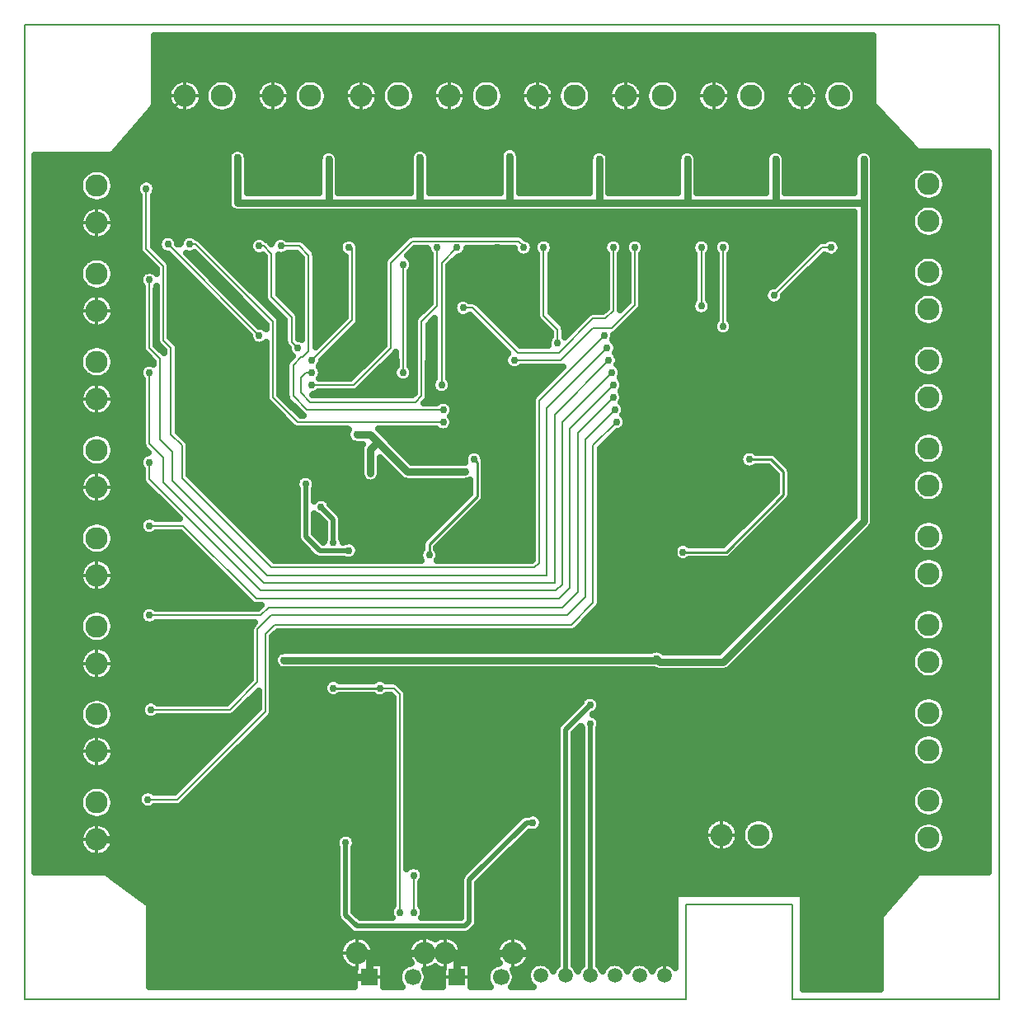
<source format=gbl>
G04 DipTrace 3.0.0.0*
G04 Bottom.gbr*
%MOIN*%
G04 #@! TF.FileFunction,Copper,L2,Bot*
G04 #@! TF.Part,Single*
%ADD11C,0.006*%
G04 #@! TA.AperFunction,Conductor*
%ADD14C,0.02*%
%ADD15C,0.01*%
%ADD16C,0.008*%
G04 #@! TA.AperFunction,ViaPad*
%ADD17C,0.03*%
G04 #@! TA.AperFunction,CopperBalancing*
%ADD20C,0.025*%
%ADD21C,0.013*%
G04 #@! TA.AperFunction,ComponentPad*
%ADD23C,0.09*%
%ADD33R,0.066929X0.066929*%
%ADD34C,0.066929*%
%ADD35C,0.09*%
%ADD45C,0.059055*%
%FSLAX26Y26*%
G04*
G70*
G90*
G75*
G01*
G04 Bottom*
%LPD*%
X2052661Y712575D2*
D14*
X2027659D1*
X1796385Y481301D1*
Y312533D1*
X1777633Y293781D1*
X1340087D1*
X1296332Y337535D1*
Y631316D1*
X1433846Y1256382D2*
D15*
X1246327D1*
X1633867Y1793938D2*
Y1837693D1*
X1827638Y2031463D1*
Y2168978D1*
X1815136Y2181479D1*
X2658975Y1806440D2*
X2833993D1*
X3065268Y2037714D1*
Y2131474D1*
X3015262Y2181479D1*
X2927753D1*
X1515105Y350037D2*
D16*
Y1231379D1*
X1490102Y1256382D1*
X1433846D1*
X1046306Y1368894D2*
D17*
X2552714D1*
Y1375144D1*
X3390302Y3394106D2*
Y3219088D1*
Y1931453D1*
X2821492Y1362643D1*
X2565215D1*
X2552714Y1375144D1*
X3390302Y3219088D2*
X3034014D1*
Y3394106D1*
Y3219088D2*
X2677727D1*
Y3394106D1*
Y3219088D2*
X2321440D1*
Y3394106D1*
Y3219088D2*
X1958902D1*
Y3406608D1*
Y3219088D2*
X1596364D1*
Y3400357D1*
Y3219088D2*
X1227575D1*
Y3394106D1*
Y3219088D2*
X858581D1*
Y3400357D1*
X1777633Y2131474D2*
X1546358D1*
X1425986Y2251846D1*
X1396343Y2281490D1*
X1340087D1*
X1396354Y2125018D2*
Y2222215D1*
X1425986Y2251846D1*
X3259038Y3037819D2*
D16*
X3221534D1*
X3027764Y2844049D1*
X665016Y3050320D2*
X690018D1*
X1002551Y2737787D1*
Y2431505D1*
X1102525Y2331531D1*
X1690123D1*
X1033804Y3044070D2*
X1108812D1*
X1146316Y3006566D1*
Y2619025D1*
X1121314Y2594022D1*
X1115063D1*
X1083810Y2562769D1*
Y2437756D1*
X1140034Y2381531D1*
X1690123D1*
X1527606Y2531516D2*
Y2969062D1*
X1746379Y3037819D2*
X1683873Y2975312D1*
Y2481531D1*
X2096416Y3037819D2*
Y2762790D1*
X2152672Y2706534D1*
Y2650278D1*
X2465205Y3037819D2*
Y2806545D1*
X2371445Y2712785D1*
X2296437D1*
X2165184Y2581531D1*
X1977654D1*
X2821492Y3037819D2*
Y2719035D1*
X2577717Y1862696D2*
D17*
X2621471D1*
Y1529885D1*
X2727732Y1423623D1*
X2959007Y2118972D2*
D16*
Y2012711D1*
X2808991Y1862696D1*
X2621471D1*
X1471157Y2037714D2*
X1596364D1*
X1646369Y1987709D1*
X702315Y3287844D2*
D15*
Y3331804D1*
X596259Y3437861D1*
Y3600378D1*
X646264Y3650383D1*
X1071104Y3288050D2*
D16*
Y3425564D1*
X1002551Y3494117D1*
Y3650383D1*
X1421140Y3288050D2*
X1408639D1*
Y3469319D1*
X1358839Y3519119D1*
Y3650383D1*
X1777428Y3287845D2*
X1758881D1*
X1739924Y3306802D1*
Y3538076D1*
X1715126Y3562874D1*
Y3650383D1*
X833783Y3050320D2*
D15*
Y3106576D1*
X702315Y3238045D1*
Y3287844D1*
X1208823Y3044070D2*
Y3125328D1*
X1202572Y3131579D1*
X855235D1*
X833783Y3110127D1*
Y3106576D1*
X2133715Y3294301D2*
D16*
X2108713D1*
X2096211Y3306802D1*
Y3550577D1*
X2071413Y3575375D1*
Y3650383D1*
X2271434Y3037819D2*
D15*
Y3100325D1*
X2240181Y3131579D1*
X2058912D1*
X1527606D1*
Y3081573D1*
Y3131579D2*
X1202572D1*
X2640223Y3037819D2*
Y3112827D1*
X2621471Y3131579D1*
X2240181D1*
X2465205Y3281594D2*
D16*
Y3531621D1*
X2427701Y3569125D1*
Y3650383D1*
X2990260Y3044070D2*
D15*
Y3094075D1*
X2952756Y3131579D1*
X2621471D1*
X2821492Y3294096D2*
D16*
Y3531621D1*
X2783988Y3569125D1*
Y3650383D1*
X3190281Y3269093D2*
Y3512869D1*
X3146526Y3556623D1*
Y3644133D1*
X3140276Y3650383D1*
X3346547Y3037819D2*
D15*
Y3081573D1*
X3296542Y3131579D1*
X2952756D1*
X1390092Y87509D2*
D17*
X702520D1*
X558755Y231274D1*
Y475050D1*
X389987Y643818D1*
X289976D1*
X1972757Y185934D2*
X1754046D1*
X1697167D1*
X1616470D1*
X1396816D1*
X1340879D1*
X1390092Y87509D2*
Y179210D1*
X1396816Y185934D1*
X1746379Y87509D2*
Y178268D1*
X1754046Y185934D1*
X1972757D2*
X2113583Y187520D1*
X1908896Y3037819D2*
D15*
Y3019067D1*
X1927648Y3000315D1*
X2046411D1*
X2058912Y3012816D1*
Y3131579D1*
X1246327Y1843944D2*
D14*
Y1937703D1*
X1196322Y1987709D1*
X1308833Y1812690D2*
X1190071D1*
X1133815Y1868946D1*
Y2081469D1*
X489793Y3275549D2*
D16*
Y3031773D1*
X558755Y2962811D1*
Y2662780D1*
X590008Y2631526D1*
Y2281490D1*
X633762Y2237735D1*
Y2106471D1*
X996301Y1743933D1*
X2058912D1*
X2077664Y1762685D1*
Y2419004D1*
X2340192Y2681531D1*
X502294Y2906760D2*
Y2631731D1*
X546253Y2587772D1*
Y2262738D1*
X596259Y2212732D1*
Y2093970D1*
X977549Y1712680D1*
X2108917D1*
Y2387751D1*
X2352693Y2631526D1*
X502294Y2531720D2*
Y2244190D1*
X558755Y2187730D1*
Y2087719D1*
X965047Y1681427D1*
X2140171D1*
Y2362748D1*
X2358944Y2581521D1*
X502294Y2169182D2*
Y2100425D1*
X952546Y1650173D1*
X2146421D1*
X2171424Y1675176D1*
Y2331495D1*
X2371445Y2531516D1*
X502294Y1912701D2*
X640013D1*
X933794Y1618920D1*
X2158923D1*
X2202677Y1662675D1*
Y2306492D1*
X2377696Y2481510D1*
X502294Y1550163D2*
X952546D1*
X983799Y1581416D1*
X2171424D1*
X2233930Y1643923D1*
Y2287740D1*
X2377696Y2431505D1*
X508545Y1168873D2*
X827533D1*
X940045Y1281385D1*
Y1493907D1*
X996301Y1550163D1*
X2190176D1*
X2265184Y1625171D1*
Y2262738D1*
X2383946Y2381500D1*
X496043Y806335D2*
X615010D1*
X971298Y1162622D1*
Y1475155D1*
X1008802Y1512659D1*
X2208928D1*
X2296437Y1600168D1*
Y2237735D1*
X2390197Y2331495D1*
X1571361Y350037D2*
Y500052D1*
X2283915Y93760D2*
D14*
Y1112617D1*
X946295Y2681531D2*
D16*
X577507Y3050320D1*
X946295Y3044070D2*
X965047D1*
X996301Y3012816D1*
Y2837798D1*
X1077559Y2756539D1*
Y2656529D1*
X1102556Y2631531D1*
X1308833Y3037819D2*
X1321335D1*
Y2744038D1*
X1158818Y2581521D1*
X1665121Y3037819D2*
Y2800294D1*
X1602614Y2737787D1*
Y2437756D1*
X1577612Y2412753D1*
X1152567D1*
X1115063Y2450257D1*
Y2512764D1*
X1133815Y2531516D1*
X1158818D1*
X2015157Y3037819D2*
Y3044070D1*
X1996406Y3062822D1*
X1565110D1*
X1477601Y2975312D1*
Y2631526D1*
X1327585Y2481510D1*
X1158818D1*
X2377696Y3037819D2*
Y2781542D1*
X2346442Y2750289D1*
X2296437D1*
X2158923Y2612774D1*
X1990155D1*
X1808886Y2794043D1*
X1771382D1*
X2733983Y3037819D2*
Y2800294D1*
X2183915Y93760D2*
D14*
Y1087604D1*
X2283936Y1187625D1*
D17*
X2052661Y712575D3*
X1296332Y631316D3*
X1433846Y1256382D3*
X1246327D3*
X1633867Y1793938D3*
X1815136Y2181479D3*
X2658975Y1806440D3*
X2927753Y2181479D3*
X1515105Y350037D3*
X1433846Y1256382D3*
X1046306Y1368894D3*
X2552714Y1375144D3*
X3390302Y3394106D3*
X858581Y3400357D3*
X1227575Y3394106D3*
X1596364Y3400357D3*
X1958902Y3406608D3*
X2321440Y3394106D3*
X2677727D3*
X3034014D3*
X858581Y3400357D3*
X1227575Y3394106D3*
X1777633Y2131474D3*
X1340087Y2281490D3*
X1396354Y2125018D3*
X3259038Y3037819D3*
X3027764Y2844049D3*
X665016Y3050320D3*
X1690123Y2331531D3*
X1033804Y3044070D3*
X1690123Y2381531D3*
X1527606Y2531516D3*
Y2969062D3*
X1746379Y3037819D3*
X1683873Y2481531D3*
X2096416Y3037819D3*
X2152672Y2650278D3*
X2465205Y3037819D3*
X1977654Y2581531D3*
X2821492Y3037819D3*
Y2719035D3*
X2577717Y1862696D3*
X2727732Y1423623D3*
X2959007Y2118972D3*
X1471157Y2037714D3*
X1646369Y1987709D3*
X702315Y3287844D3*
X1071104Y3288050D3*
X1421140D3*
X1777428Y3287845D3*
X833783Y3050320D3*
X702315Y3287844D3*
X1208823Y3044070D3*
X2133715Y3294301D3*
X2271434Y3037819D3*
X1527606Y3081573D3*
X2640223Y3037819D3*
X2465205Y3281594D3*
X2990260Y3044070D3*
X2821492Y3294096D3*
X3190281Y3269093D3*
X3346547Y3037819D3*
X2113583Y187520D3*
X1908896Y3037819D3*
X1246327Y1843944D3*
X1196322Y1987709D3*
X1308833Y1812690D3*
X1133815Y2081469D3*
D3*
X489793Y3275549D3*
X2340192Y2681531D3*
X502294Y2906760D3*
X2352693Y2631526D3*
X502294Y2531720D3*
X2358944Y2581521D3*
X502294Y2169182D3*
X2371445Y2531516D3*
X502294Y1912701D3*
X2377696Y2481510D3*
X502294Y1550163D3*
X2377696Y2431505D3*
X508545Y1168873D3*
X2383946Y2381500D3*
X496043Y806335D3*
X2390197Y2331495D3*
X1571361Y350037D3*
Y500052D3*
X2283915Y1112617D3*
X946295Y2681531D3*
X577507Y3050320D3*
X946295Y3044070D3*
X1102556Y2631531D3*
X1308833Y3037819D3*
X1158818Y2581521D3*
X1665121Y3037819D3*
X1158818Y2531516D3*
X2015157Y3037819D3*
X1158818Y2481510D3*
X2377696Y3037819D3*
X1771382Y2794043D3*
X2733983Y3037819D3*
Y2800294D3*
X2283936Y1187625D3*
X523772Y3869291D2*
D20*
X3425315D1*
X523772Y3844423D2*
X3425315D1*
X523772Y3819554D2*
X3425315D1*
X523772Y3794685D2*
X3425315D1*
X523772Y3769816D2*
X3425315D1*
X523772Y3744948D2*
X3425315D1*
X523772Y3720079D2*
X3425315D1*
X523772Y3695210D2*
X591965D1*
X700579D2*
X741965D1*
X850579D2*
X948264D1*
X1056829D2*
X1098264D1*
X1206829D2*
X1304563D1*
X1413128D2*
X1454563D1*
X1563128D2*
X1660813D1*
X1769426D2*
X1810813D1*
X1919426D2*
X2017112D1*
X2125725D2*
X2167112D1*
X2275725D2*
X2373411D1*
X2481975D2*
X2523411D1*
X2631975D2*
X2729710D1*
X2838274D2*
X2879710D1*
X2988274D2*
X3085960D1*
X3194573D2*
X3235960D1*
X3344573D2*
X3425315D1*
X523772Y3670341D2*
X578245D1*
X714299D2*
X728245D1*
X864299D2*
X934544D1*
X1070598D2*
X1084504D1*
X1220598D2*
X1290794D1*
X1426848D2*
X1440794D1*
X1576848D2*
X1647092D1*
X1783147D2*
X1797096D1*
X1933147D2*
X2003391D1*
X2139446D2*
X2153391D1*
X2289446D2*
X2359690D1*
X2495745D2*
X2509693D1*
X2645745D2*
X2715940D1*
X2851995D2*
X2865940D1*
X3001995D2*
X3072239D1*
X3208294D2*
X3222284D1*
X3358294D2*
X3425315D1*
X523772Y3645472D2*
X575462D1*
X717083D2*
X725462D1*
X867083D2*
X931712D1*
X1073381D2*
X1081751D1*
X1223381D2*
X1288010D1*
X1429680D2*
X1438010D1*
X1579680D2*
X1644309D1*
X1785930D2*
X1794266D1*
X1935930D2*
X2000608D1*
X2142229D2*
X2150608D1*
X2292229D2*
X2356858D1*
X2498528D2*
X2506869D1*
X2648528D2*
X2713157D1*
X2854827D2*
X2863157D1*
X3004827D2*
X3069456D1*
X3211077D2*
X3219457D1*
X3361077D2*
X3425315D1*
X523772Y3620604D2*
X582053D1*
X710442D2*
X732053D1*
X860442D2*
X938352D1*
X1066741D2*
X1088352D1*
X1216741D2*
X1294651D1*
X1423040D2*
X1444651D1*
X1573040D2*
X1650950D1*
X1779338D2*
X1800950D1*
X1929338D2*
X2007249D1*
X2135588D2*
X2157249D1*
X2285588D2*
X2363499D1*
X2491887D2*
X2513499D1*
X2641887D2*
X2719797D1*
X2848186D2*
X2869797D1*
X2998186D2*
X3076096D1*
X3204485D2*
X3226096D1*
X3354485D2*
X3425315D1*
X512932Y3595735D2*
X602463D1*
X690081D2*
X752463D1*
X840081D2*
X958762D1*
X1046331D2*
X1108762D1*
X1196331D2*
X1315061D1*
X1402629D2*
X1465061D1*
X1552629D2*
X1671311D1*
X1758928D2*
X1821311D1*
X1908928D2*
X2027610D1*
X2115227D2*
X2177610D1*
X2265227D2*
X2383909D1*
X2471526D2*
X2533909D1*
X2621526D2*
X2740208D1*
X2827776D2*
X2890208D1*
X2977776D2*
X3096458D1*
X3184075D2*
X3246458D1*
X3334075D2*
X3443040D1*
X491399Y3570866D2*
X3467014D1*
X469817Y3545997D2*
X3491038D1*
X448284Y3521129D2*
X3515061D1*
X426702Y3496260D2*
X3539085D1*
X405169Y3471391D2*
X3563059D1*
X383635Y3446522D2*
X3587083D1*
X362053Y3421654D2*
X823997D1*
X893157D2*
X1198167D1*
X1256975D2*
X1561790D1*
X1630950D2*
X1920969D1*
X1996819D2*
X2292063D1*
X2350823D2*
X2648313D1*
X2707122D2*
X3004612D1*
X3063420D2*
X3360911D1*
X3419719D2*
X3894114D1*
X42473Y3396785D2*
X817600D1*
X899602D2*
X1186692D1*
X1268499D2*
X1555344D1*
X1637346D2*
X1917893D1*
X1999895D2*
X2280540D1*
X2362346D2*
X2636838D1*
X2718645D2*
X2993088D1*
X3074944D2*
X3349387D1*
X3431194D2*
X3894114D1*
X42473Y3371916D2*
X817600D1*
X899602D2*
X1186594D1*
X1268596D2*
X1555344D1*
X1637346D2*
X1917893D1*
X1999895D2*
X2280442D1*
X2362444D2*
X2636741D1*
X2718743D2*
X2992991D1*
X3074993D2*
X3349290D1*
X3431292D2*
X3894114D1*
X42473Y3347047D2*
X253049D1*
X326897D2*
X817600D1*
X899602D2*
X1186594D1*
X1268596D2*
X1555344D1*
X1637346D2*
X1917893D1*
X1999895D2*
X2280442D1*
X2362444D2*
X2636741D1*
X2718743D2*
X2992991D1*
X3074993D2*
X3349290D1*
X3431292D2*
X3606858D1*
X3698772D2*
X3894114D1*
X42473Y3322178D2*
X228196D1*
X351751D2*
X817600D1*
X899602D2*
X1186594D1*
X1268596D2*
X1555344D1*
X1637346D2*
X1917893D1*
X1999895D2*
X2280442D1*
X2362444D2*
X2636741D1*
X2718743D2*
X2992991D1*
X3074993D2*
X3349290D1*
X3431292D2*
X3587864D1*
X3717815D2*
X3894114D1*
X42473Y3297310D2*
X219651D1*
X360295D2*
X455540D1*
X524065D2*
X817600D1*
X899602D2*
X1186594D1*
X1268596D2*
X1555344D1*
X1637346D2*
X1917893D1*
X1999895D2*
X2280442D1*
X2362444D2*
X2636741D1*
X2718743D2*
X2992991D1*
X3074993D2*
X3349290D1*
X3431292D2*
X3581907D1*
X3723772D2*
X3894114D1*
X42473Y3272441D2*
X220725D1*
X359221D2*
X448899D1*
X530657D2*
X817600D1*
X899602D2*
X1186594D1*
X1268596D2*
X1555344D1*
X1637346D2*
X1917893D1*
X1999895D2*
X2280442D1*
X2362444D2*
X2636741D1*
X2718743D2*
X2992991D1*
X3074993D2*
X3349290D1*
X3431292D2*
X3585325D1*
X3720305D2*
X3894114D1*
X42473Y3247572D2*
X232053D1*
X347893D2*
X459788D1*
X519817D2*
X817600D1*
X3431292D2*
X3600071D1*
X3705608D2*
X3894114D1*
X42473Y3222703D2*
X266233D1*
X313713D2*
X459788D1*
X519817D2*
X817600D1*
X3431292D2*
X3894114D1*
X42473Y3197835D2*
X254417D1*
X325530D2*
X459788D1*
X519817D2*
X823997D1*
X3431292D2*
X3607835D1*
X3697795D2*
X3894114D1*
X42473Y3172966D2*
X228684D1*
X351262D2*
X459788D1*
X519817D2*
X3349290D1*
X3431292D2*
X3588206D1*
X3717424D2*
X3894114D1*
X42473Y3148097D2*
X219749D1*
X360198D2*
X459788D1*
X519817D2*
X3349290D1*
X3431292D2*
X3581956D1*
X3723723D2*
X3894114D1*
X42473Y3123228D2*
X220530D1*
X359417D2*
X459788D1*
X519817D2*
X3349290D1*
X3431292D2*
X3585081D1*
X3720549D2*
X3894114D1*
X42473Y3098360D2*
X231467D1*
X348479D2*
X459788D1*
X519817D2*
X3349290D1*
X3431292D2*
X3599338D1*
X3706340D2*
X3894114D1*
X42473Y3073491D2*
X263987D1*
X316008D2*
X459788D1*
X519817D2*
X544260D1*
X610735D2*
X631760D1*
X707317D2*
X918967D1*
X973626D2*
X1006467D1*
X1061126D2*
X1291868D1*
X1325823D2*
X1534397D1*
X2032122D2*
X2079417D1*
X2113420D2*
X2360715D1*
X2394670D2*
X2448215D1*
X2482170D2*
X2717014D1*
X2750969D2*
X2804514D1*
X2838469D2*
X3242063D1*
X3276018D2*
X3349290D1*
X3431292D2*
X3894114D1*
X42473Y3048622D2*
X459788D1*
X519817D2*
X536521D1*
X733098D2*
X905588D1*
X1145647D2*
X1269358D1*
X1349114D2*
X1509544D1*
X2135881D2*
X2338254D1*
X2417131D2*
X2425754D1*
X2504680D2*
X2694553D1*
X2773430D2*
X2782063D1*
X2860930D2*
X3190940D1*
X3298479D2*
X3349290D1*
X3431292D2*
X3894114D1*
X42473Y3023753D2*
X461008D1*
X539202D2*
X547150D1*
X758001D2*
X911106D1*
X1170305D2*
X1270481D1*
X1351311D2*
X1484641D1*
X1567424D2*
X1626780D1*
X1784710D2*
X1976829D1*
X2134758D2*
X2339378D1*
X2416057D2*
X2426878D1*
X2503557D2*
X2695628D1*
X2772307D2*
X2783161D1*
X2859807D2*
X3166087D1*
X3297356D2*
X3349290D1*
X3431292D2*
X3894114D1*
X42473Y2998885D2*
X274924D1*
X305022D2*
X481272D1*
X564055D2*
X587571D1*
X670354D2*
X700071D1*
X782854D2*
X966282D1*
X1026311D2*
X1112620D1*
X1176311D2*
X1291331D1*
X1351311D2*
X1459788D1*
X1554436D2*
X1635129D1*
X1748821D2*
X2066428D1*
X2126409D2*
X2347678D1*
X2407708D2*
X2435227D1*
X2495208D2*
X2703977D1*
X2764006D2*
X2791477D1*
X2851506D2*
X3141233D1*
X3223967D2*
X3349290D1*
X3431292D2*
X3619309D1*
X3686321D2*
X3894114D1*
X42473Y2974016D2*
X233713D1*
X346233D2*
X506174D1*
X586370D2*
X612424D1*
X695208D2*
X724924D1*
X807708D2*
X966282D1*
X1026311D2*
X1116331D1*
X1176311D2*
X1291331D1*
X1351311D2*
X1447581D1*
X1568303D2*
X1635129D1*
X1723967D2*
X2066428D1*
X2126409D2*
X2347678D1*
X2407708D2*
X2435227D1*
X2495208D2*
X2703977D1*
X2764006D2*
X2791477D1*
X2851506D2*
X3116331D1*
X3199114D2*
X3349290D1*
X3431292D2*
X3592161D1*
X3713469D2*
X3894114D1*
X42473Y2949147D2*
X221262D1*
X358684D2*
X528733D1*
X588762D2*
X637278D1*
X720061D2*
X749778D1*
X832561D2*
X966282D1*
X1026311D2*
X1116331D1*
X1176311D2*
X1291331D1*
X1351311D2*
X1447581D1*
X1563079D2*
X1635129D1*
X1713860D2*
X2066428D1*
X2126409D2*
X2347678D1*
X2407708D2*
X2435227D1*
X2495208D2*
X2703977D1*
X2764006D2*
X2791477D1*
X2851506D2*
X3091477D1*
X3174260D2*
X3349290D1*
X3431292D2*
X3582786D1*
X3722893D2*
X3894114D1*
X42473Y2924278D2*
X219358D1*
X360588D2*
X465501D1*
X588762D2*
X662180D1*
X744963D2*
X774680D1*
X857463D2*
X966282D1*
X1026311D2*
X1116331D1*
X1176311D2*
X1291331D1*
X1351311D2*
X1447581D1*
X1557610D2*
X1635129D1*
X1713860D2*
X2066428D1*
X2126409D2*
X2347678D1*
X2407708D2*
X2435227D1*
X2495208D2*
X2703977D1*
X2764006D2*
X2791477D1*
X2851506D2*
X3066624D1*
X3149407D2*
X3349290D1*
X3431292D2*
X3583176D1*
X3722503D2*
X3894114D1*
X42473Y2899409D2*
X226975D1*
X352971D2*
X461985D1*
X588762D2*
X687034D1*
X769817D2*
X799534D1*
X882317D2*
X966282D1*
X1026311D2*
X1116331D1*
X1176311D2*
X1291331D1*
X1351311D2*
X1447581D1*
X1557610D2*
X1635129D1*
X1713860D2*
X2066428D1*
X2126409D2*
X2347678D1*
X2407708D2*
X2435227D1*
X2495208D2*
X2703977D1*
X2764006D2*
X2791477D1*
X2851506D2*
X3041721D1*
X3124504D2*
X3349290D1*
X3431292D2*
X3593626D1*
X3712053D2*
X3894114D1*
X42473Y2874541D2*
X249485D1*
X330462D2*
X472288D1*
X588762D2*
X711887D1*
X794670D2*
X824387D1*
X907170D2*
X966282D1*
X1026311D2*
X1116331D1*
X1176311D2*
X1291331D1*
X1351311D2*
X1447581D1*
X1557610D2*
X1635129D1*
X1713860D2*
X2066428D1*
X2126409D2*
X2347678D1*
X2407708D2*
X2435227D1*
X2495208D2*
X2703977D1*
X2764006D2*
X2791477D1*
X2851506D2*
X3001780D1*
X3099651D2*
X3349290D1*
X3431292D2*
X3624094D1*
X3681585D2*
X3894114D1*
X42473Y2849672D2*
X280344D1*
X299550D2*
X472288D1*
X588762D2*
X736741D1*
X819524D2*
X849290D1*
X932073D2*
X966282D1*
X1026311D2*
X1116331D1*
X1176311D2*
X1291331D1*
X1351311D2*
X1447581D1*
X1557610D2*
X1635129D1*
X1713860D2*
X2066428D1*
X2126409D2*
X2347678D1*
X2407708D2*
X2435227D1*
X2495208D2*
X2703977D1*
X2764006D2*
X2791477D1*
X2851506D2*
X2987180D1*
X3074797D2*
X3349290D1*
X3431292D2*
X3620920D1*
X3684758D2*
X3894114D1*
X42473Y2824803D2*
X234348D1*
X345598D2*
X472288D1*
X588762D2*
X761643D1*
X844426D2*
X874143D1*
X956926D2*
X969598D1*
X1050676D2*
X1116331D1*
X1176311D2*
X1291331D1*
X1351311D2*
X1447581D1*
X1557610D2*
X1635129D1*
X1713860D2*
X1745725D1*
X1797014D2*
X2066428D1*
X2126409D2*
X2347678D1*
X2407708D2*
X2435227D1*
X2495208D2*
X2701780D1*
X2766155D2*
X2791477D1*
X2851506D2*
X2991917D1*
X3063616D2*
X3349290D1*
X3431292D2*
X3592698D1*
X3712981D2*
X3894114D1*
X42473Y2799934D2*
X221506D1*
X358440D2*
X472288D1*
X588762D2*
X786497D1*
X869280D2*
X898997D1*
X981780D2*
X992754D1*
X1075579D2*
X1116331D1*
X1176311D2*
X1291331D1*
X1351311D2*
X1447581D1*
X1557610D2*
X1623362D1*
X1713860D2*
X1730833D1*
X1844378D2*
X2066428D1*
X2126409D2*
X2347678D1*
X2407708D2*
X2417173D1*
X2494378D2*
X2692991D1*
X2774993D2*
X2791477D1*
X2851506D2*
X3349290D1*
X3431292D2*
X3582932D1*
X3722747D2*
X3894114D1*
X42473Y2775066D2*
X219260D1*
X360686D2*
X472288D1*
X588762D2*
X811350D1*
X894133D2*
X923899D1*
X1006682D2*
X1017633D1*
X1100383D2*
X1116331D1*
X1176311D2*
X1291331D1*
X1351311D2*
X1447581D1*
X1557610D2*
X1598508D1*
X1713860D2*
X1735374D1*
X1869231D2*
X2066428D1*
X2126409D2*
X2282004D1*
X2475139D2*
X2702415D1*
X2765569D2*
X2791477D1*
X2851506D2*
X3349290D1*
X3431292D2*
X3583030D1*
X3722649D2*
X3894114D1*
X42473Y2750197D2*
X226585D1*
X353362D2*
X472288D1*
X588762D2*
X836253D1*
X919036D2*
X948753D1*
X1029583D2*
X1042503D1*
X1107561D2*
X1116335D1*
X1176311D2*
X1286106D1*
X1351311D2*
X1447581D1*
X1557610D2*
X1575559D1*
X1713860D2*
X1811350D1*
X1894133D2*
X2069456D1*
X2150383D2*
X2254954D1*
X2450237D2*
X2791477D1*
X2851506D2*
X3349290D1*
X3431292D2*
X3593088D1*
X3712590D2*
X3894114D1*
X42473Y2725328D2*
X248313D1*
X331633D2*
X472288D1*
X588762D2*
X861106D1*
X943889D2*
X972532D1*
X1032561D2*
X1047544D1*
X1107561D2*
X1116335D1*
X1176311D2*
X1261253D1*
X1343987D2*
X1447581D1*
X1557610D2*
X1572636D1*
X1632610D2*
X1653879D1*
X1713860D2*
X1836204D1*
X1918987D2*
X2092503D1*
X2175237D2*
X2230100D1*
X2425383D2*
X2781028D1*
X2861956D2*
X3349290D1*
X3431292D2*
X3622239D1*
X3683391D2*
X3894114D1*
X42473Y2700459D2*
X472288D1*
X588762D2*
X885960D1*
X1032561D2*
X1047544D1*
X1107561D2*
X1116335D1*
X1176311D2*
X1236350D1*
X1319133D2*
X1447581D1*
X1557610D2*
X1572636D1*
X1632610D2*
X1653879D1*
X1713860D2*
X1861057D1*
X1943840D2*
X2117356D1*
X2182659D2*
X2205198D1*
X2400530D2*
X2785276D1*
X2857708D2*
X3349290D1*
X3431292D2*
X3894114D1*
X42473Y2675591D2*
X472288D1*
X588762D2*
X905735D1*
X1032561D2*
X1047544D1*
X1107561D2*
X1116335D1*
X1176311D2*
X1211497D1*
X1294280D2*
X1447581D1*
X1557610D2*
X1572636D1*
X1632610D2*
X1653879D1*
X1713860D2*
X1885960D1*
X1968743D2*
X2121165D1*
X2380754D2*
X3349290D1*
X3431292D2*
X3894114D1*
X42473Y2650722D2*
X472288D1*
X612200D2*
X920725D1*
X1032561D2*
X1048156D1*
X1176311D2*
X1186598D1*
X1269426D2*
X1447581D1*
X1557610D2*
X1572636D1*
X1632610D2*
X1653879D1*
X1713860D2*
X1910813D1*
X1993596D2*
X2111692D1*
X2388567D2*
X3349290D1*
X3431292D2*
X3894114D1*
X42473Y2625853D2*
X241282D1*
X338665D2*
X472922D1*
X620012D2*
X972532D1*
X1032561D2*
X1061985D1*
X1244524D2*
X1430540D1*
X1557610D2*
X1572636D1*
X1632610D2*
X1653879D1*
X1713860D2*
X1935667D1*
X2393254D2*
X3349290D1*
X3431292D2*
X3598118D1*
X3707561D2*
X3894114D1*
X42473Y2600984D2*
X223997D1*
X355950D2*
X491672D1*
X620012D2*
X972532D1*
X1032561D2*
X1076633D1*
X1219670D2*
X1405686D1*
X1488469D2*
X1497599D1*
X1557610D2*
X1572636D1*
X1632610D2*
X1653879D1*
X1713860D2*
X1941917D1*
X2394670D2*
X3349290D1*
X3431292D2*
X3584641D1*
X3720989D2*
X3894114D1*
X42473Y2576115D2*
X218967D1*
X360979D2*
X516233D1*
X620012D2*
X972532D1*
X1032561D2*
X1057249D1*
X1199456D2*
X1380784D1*
X1463567D2*
X1497629D1*
X1557610D2*
X1572636D1*
X1632610D2*
X1653879D1*
X1713860D2*
X1937034D1*
X2399553D2*
X3349290D1*
X3431292D2*
X3582053D1*
X3723626D2*
X3894114D1*
X42473Y2551247D2*
X223313D1*
X356633D2*
X466624D1*
X620012D2*
X972532D1*
X1032561D2*
X1053831D1*
X1194378D2*
X1355930D1*
X1438713D2*
X1492063D1*
X1563176D2*
X1572623D1*
X1632610D2*
X1653879D1*
X1713860D2*
X1951389D1*
X2003948D2*
X2168528D1*
X2407024D2*
X3349290D1*
X3431292D2*
X3588889D1*
X3716790D2*
X3894114D1*
X42473Y2526378D2*
X239475D1*
X340471D2*
X461643D1*
X620012D2*
X972532D1*
X1032561D2*
X1053831D1*
X1199456D2*
X1331077D1*
X1413860D2*
X1486936D1*
X1632610D2*
X1653879D1*
X1713860D2*
X2143626D1*
X2412102D2*
X3349290D1*
X3431292D2*
X3609690D1*
X3695989D2*
X3894114D1*
X42473Y2501509D2*
X472288D1*
X620012D2*
X972532D1*
X1032561D2*
X1053831D1*
X1388958D2*
X1500999D1*
X1554241D2*
X1572629D1*
X1632610D2*
X1648422D1*
X1719280D2*
X2118772D1*
X2413079D2*
X3349290D1*
X3431292D2*
X3894114D1*
X42473Y2476640D2*
X242161D1*
X337786D2*
X472288D1*
X620012D2*
X972532D1*
X1032561D2*
X1053831D1*
X1364104D2*
X1572629D1*
X1632610D2*
X1643186D1*
X1724553D2*
X2093919D1*
X2418401D2*
X3349290D1*
X3431292D2*
X3598801D1*
X3706878D2*
X3894114D1*
X42473Y2451772D2*
X224338D1*
X355657D2*
X472288D1*
X620012D2*
X972532D1*
X1032561D2*
X1053831D1*
X1185784D2*
X1572629D1*
X1632610D2*
X1656956D1*
X1710784D2*
X2069065D1*
X2412932D2*
X3349290D1*
X3431292D2*
X3584885D1*
X3720745D2*
X3894114D1*
X42473Y2426903D2*
X219016D1*
X360979D2*
X472288D1*
X620012D2*
X972922D1*
X1048528D2*
X1056056D1*
X1630364D2*
X2048801D1*
X2418401D2*
X3349290D1*
X3431292D2*
X3582004D1*
X3723674D2*
X3894114D1*
X42473Y2402034D2*
X223020D1*
X356926D2*
X472288D1*
X620012D2*
X990647D1*
X1725188D2*
X2047678D1*
X2419036D2*
X3349290D1*
X3431292D2*
X3588499D1*
X3717180D2*
X3894114D1*
X42473Y2377165D2*
X238694D1*
X341253D2*
X472288D1*
X620012D2*
X1015501D1*
X1730852D2*
X2047678D1*
X2424700D2*
X3349290D1*
X3431292D2*
X3608665D1*
X3697014D2*
X3894114D1*
X42473Y2352297D2*
X472288D1*
X620012D2*
X1040354D1*
X1725042D2*
X2047678D1*
X2425090D2*
X3349290D1*
X3431292D2*
X3894114D1*
X42473Y2327428D2*
X472288D1*
X620012D2*
X1065256D1*
X1730901D2*
X2047678D1*
X2430999D2*
X3349290D1*
X3431292D2*
X3894114D1*
X42473Y2302559D2*
X472288D1*
X620012D2*
X1305344D1*
X1432219D2*
X1662278D1*
X1717962D2*
X2047678D1*
X2418108D2*
X3349290D1*
X3431292D2*
X3894114D1*
X42473Y2277690D2*
X252219D1*
X327727D2*
X472288D1*
X635198D2*
X1299290D1*
X1457073D2*
X2047678D1*
X2377776D2*
X3349290D1*
X3431292D2*
X3606272D1*
X3699358D2*
X3894114D1*
X42473Y2252822D2*
X227903D1*
X352044D2*
X472288D1*
X659270D2*
X1311887D1*
X1481975D2*
X2047678D1*
X2352922D2*
X3349290D1*
X3431292D2*
X3587620D1*
X3718010D2*
X3894114D1*
X42473Y2227953D2*
X219553D1*
X360393D2*
X477610D1*
X663762D2*
X1355784D1*
X1506829D2*
X2047678D1*
X2328069D2*
X3349290D1*
X3431292D2*
X3581907D1*
X3723772D2*
X3894114D1*
X42473Y2203084D2*
X220823D1*
X359124D2*
X481565D1*
X663762D2*
X1355344D1*
X1531682D2*
X1780784D1*
X1849504D2*
X2047678D1*
X2326458D2*
X2893381D1*
X3036370D2*
X3349290D1*
X3431292D2*
X3585520D1*
X3720159D2*
X3894114D1*
X42473Y2178215D2*
X232395D1*
X347551D2*
X462376D1*
X663762D2*
X1355344D1*
X1556585D2*
X1774290D1*
X1857122D2*
X2047678D1*
X2326458D2*
X2886887D1*
X3061321D2*
X3349290D1*
X3431292D2*
X3600510D1*
X3705169D2*
X3894114D1*
X42473Y2153346D2*
X267844D1*
X312151D2*
X464719D1*
X663762D2*
X1355344D1*
X1437346D2*
X1467551D1*
X1858635D2*
X2047678D1*
X2326458D2*
X2898948D1*
X3086223D2*
X3349290D1*
X3431292D2*
X3894114D1*
X42473Y2128478D2*
X253538D1*
X326409D2*
X472288D1*
X663762D2*
X1355344D1*
X1437346D2*
X1492405D1*
X1858635D2*
X2047678D1*
X2326458D2*
X3025462D1*
X3096282D2*
X3349290D1*
X3431292D2*
X3607249D1*
X3698430D2*
X3894114D1*
X42473Y2103609D2*
X228391D1*
X351555D2*
X472288D1*
X678020D2*
X1099827D1*
X1167815D2*
X1361838D1*
X1430852D2*
X1517307D1*
X1858635D2*
X2047678D1*
X2326458D2*
X3034251D1*
X3096282D2*
X3349290D1*
X3431292D2*
X3587962D1*
X3717669D2*
X3894114D1*
X42473Y2078740D2*
X219700D1*
X360295D2*
X482590D1*
X702874D2*
X1092893D1*
X1174700D2*
X1796653D1*
X1858635D2*
X2047678D1*
X2326458D2*
X3034251D1*
X3096282D2*
X3349290D1*
X3431292D2*
X3581907D1*
X3723723D2*
X3894114D1*
X42473Y2053871D2*
X220676D1*
X359270D2*
X507444D1*
X727776D2*
X1097825D1*
X1169817D2*
X1796653D1*
X1858635D2*
X2047678D1*
X2326458D2*
X3034251D1*
X3096282D2*
X3349290D1*
X3431292D2*
X3585227D1*
X3720403D2*
X3894114D1*
X42473Y2029003D2*
X231858D1*
X348088D2*
X532346D1*
X752629D2*
X1097825D1*
X1169817D2*
X1782395D1*
X1858538D2*
X2047678D1*
X2326458D2*
X3013743D1*
X3094915D2*
X3349290D1*
X3431292D2*
X3599778D1*
X3705852D2*
X3894114D1*
X42473Y2004134D2*
X265354D1*
X314592D2*
X557200D1*
X777483D2*
X1097825D1*
X1233635D2*
X1757493D1*
X1843108D2*
X2047678D1*
X2326458D2*
X2988889D1*
X3074504D2*
X3349290D1*
X3431292D2*
X3894114D1*
X42473Y1979265D2*
X582053D1*
X802337D2*
X1097825D1*
X1254631D2*
X1732639D1*
X1818254D2*
X2047678D1*
X2326458D2*
X2964036D1*
X3049602D2*
X3349290D1*
X3431292D2*
X3894114D1*
X42473Y1954396D2*
X606956D1*
X827239D2*
X1097825D1*
X1277874D2*
X1707786D1*
X1793352D2*
X2047678D1*
X2326458D2*
X2939133D1*
X3024749D2*
X3349290D1*
X3431292D2*
X3894114D1*
X42473Y1929528D2*
X272532D1*
X307415D2*
X465159D1*
X852092D2*
X1097825D1*
X1169817D2*
X1204612D1*
X1282317D2*
X1682883D1*
X1768499D2*
X2047678D1*
X2326458D2*
X2914280D1*
X2999895D2*
X3331419D1*
X3431243D2*
X3618381D1*
X3687297D2*
X3894114D1*
X42473Y1904659D2*
X233323D1*
X346624D2*
X462131D1*
X876946D2*
X1097825D1*
X1169817D2*
X1210325D1*
X1282317D2*
X1658030D1*
X1743645D2*
X2047678D1*
X2326458D2*
X2889426D1*
X2975042D2*
X3306565D1*
X3420452D2*
X3591868D1*
X3713762D2*
X3894114D1*
X42473Y1879790D2*
X221165D1*
X358782D2*
X479807D1*
X524749D2*
X631516D1*
X901848D2*
X1097825D1*
X1172844D2*
X1210325D1*
X1282317D2*
X1633176D1*
X1718792D2*
X2047678D1*
X2326458D2*
X2864524D1*
X2950139D2*
X3281712D1*
X3395598D2*
X3582688D1*
X3722942D2*
X3894114D1*
X42473Y1854921D2*
X219407D1*
X360540D2*
X656419D1*
X926702D2*
X1100901D1*
X1197698D2*
X1206932D1*
X1285735D2*
X1608665D1*
X1693889D2*
X2047678D1*
X2326458D2*
X2839670D1*
X2925286D2*
X3256809D1*
X3370696D2*
X3583274D1*
X3722356D2*
X3894114D1*
X42473Y1830052D2*
X227268D1*
X352727D2*
X681272D1*
X951555D2*
X1122825D1*
X1345696D2*
X1602854D1*
X1669036D2*
X2047678D1*
X2326458D2*
X2626047D1*
X2900432D2*
X3231956D1*
X3345842D2*
X3593919D1*
X3711712D2*
X3894114D1*
X42473Y1805184D2*
X250217D1*
X329729D2*
X706126D1*
X976458D2*
X1147678D1*
X1349114D2*
X1594553D1*
X1673186D2*
X2047678D1*
X2326458D2*
X2617991D1*
X2875530D2*
X3207102D1*
X3320989D2*
X3625315D1*
X3680364D2*
X3894114D1*
X42473Y1780315D2*
X276633D1*
X303355D2*
X731028D1*
X1001311D2*
X1178977D1*
X1332170D2*
X1595335D1*
X1672356D2*
X2047678D1*
X2326458D2*
X2628196D1*
X2847893D2*
X3182200D1*
X3296135D2*
X3619895D1*
X3685784D2*
X3894114D1*
X42473Y1755446D2*
X233958D1*
X345989D2*
X755881D1*
X2326458D2*
X3157346D1*
X3271233D2*
X3592356D1*
X3713274D2*
X3894114D1*
X42473Y1730577D2*
X221360D1*
X358587D2*
X780735D1*
X2326458D2*
X3132493D1*
X3246379D2*
X3582835D1*
X3722844D2*
X3894114D1*
X42473Y1705709D2*
X219309D1*
X360637D2*
X805637D1*
X2326458D2*
X3107590D1*
X3221526D2*
X3583128D1*
X3722551D2*
X3894114D1*
X42473Y1680840D2*
X226829D1*
X353118D2*
X830491D1*
X2326458D2*
X3082737D1*
X3196624D2*
X3593430D1*
X3712249D2*
X3894114D1*
X42473Y1655971D2*
X249045D1*
X330901D2*
X855344D1*
X2326458D2*
X3057883D1*
X3171770D2*
X3623362D1*
X3682268D2*
X3894114D1*
X42473Y1631102D2*
X880198D1*
X2326458D2*
X3032981D1*
X3146917D2*
X3894114D1*
X42473Y1606234D2*
X905100D1*
X2326458D2*
X3008128D1*
X3122014D2*
X3894114D1*
X42473Y1581365D2*
X477219D1*
X527337D2*
X942356D1*
X2318987D2*
X2983274D1*
X3097161D2*
X3894114D1*
X42473Y1556496D2*
X240745D1*
X339202D2*
X461838D1*
X2294133D2*
X2958420D1*
X3072307D2*
X3597678D1*
X3707952D2*
X3894114D1*
X42473Y1531627D2*
X223801D1*
X356145D2*
X466038D1*
X2269280D2*
X2933518D1*
X3047405D2*
X3584495D1*
X3721135D2*
X3894114D1*
X42473Y1506759D2*
X218967D1*
X360979D2*
X913254D1*
X2244426D2*
X2908665D1*
X3022551D2*
X3582102D1*
X3723577D2*
X3894114D1*
X42473Y1481890D2*
X223508D1*
X356438D2*
X910032D1*
X1019426D2*
X2883811D1*
X2997698D2*
X3589133D1*
X3716545D2*
X3894114D1*
X42473Y1457021D2*
X240012D1*
X339983D2*
X910032D1*
X1001311D2*
X2858909D1*
X2972795D2*
X3610374D1*
X3695305D2*
X3894114D1*
X42473Y1432152D2*
X910032D1*
X1001311D2*
X2834055D1*
X2947942D2*
X3894114D1*
X42473Y1407283D2*
X241624D1*
X338323D2*
X910032D1*
X1001311D2*
X1040891D1*
X2576409D2*
X2809202D1*
X2923088D2*
X3598362D1*
X3707317D2*
X3894114D1*
X42473Y1382415D2*
X224094D1*
X355852D2*
X910032D1*
X2898235D2*
X3584739D1*
X3720940D2*
X3894114D1*
X42473Y1357546D2*
X218967D1*
X360979D2*
X910032D1*
X2873333D2*
X3582004D1*
X3723626D2*
X3894114D1*
X42473Y1332677D2*
X223215D1*
X356731D2*
X910032D1*
X1001311D2*
X1030735D1*
X2848186D2*
X3588743D1*
X3716936D2*
X3894114D1*
X42473Y1307808D2*
X239182D1*
X340764D2*
X910032D1*
X1001311D2*
X3609299D1*
X3696379D2*
X3894114D1*
X42473Y1282940D2*
X900217D1*
X1001311D2*
X1215940D1*
X1499749D2*
X3894114D1*
X42473Y1258071D2*
X875364D1*
X1001311D2*
X1205344D1*
X1529827D2*
X3894114D1*
X42473Y1233202D2*
X850462D1*
X933245D2*
X941259D1*
X1001311D2*
X1213108D1*
X1545061D2*
X3894114D1*
X42473Y1208333D2*
X251389D1*
X328557D2*
X825608D1*
X908391D2*
X941282D1*
X1001311D2*
X1485081D1*
X1545110D2*
X2248997D1*
X2318889D2*
X3605686D1*
X3699944D2*
X3894114D1*
X42473Y1183465D2*
X227659D1*
X352288D2*
X470432D1*
X883538D2*
X941282D1*
X1001311D2*
X1485081D1*
X1545110D2*
X2229905D1*
X2324700D2*
X3587424D1*
X3718254D2*
X3894114D1*
X42473Y1158596D2*
X219504D1*
X360442D2*
X468919D1*
X858635D2*
X925901D1*
X1001018D2*
X1485081D1*
X1545110D2*
X2205051D1*
X2311712D2*
X3581858D1*
X3723772D2*
X3894114D1*
X42473Y1133727D2*
X220969D1*
X358977D2*
X490305D1*
X526751D2*
X900999D1*
X983782D2*
X1485081D1*
X1545110D2*
X2180149D1*
X2318596D2*
X3585667D1*
X3719963D2*
X3894114D1*
X42473Y1108858D2*
X232786D1*
X347161D2*
X876145D1*
X958928D2*
X1485081D1*
X1545110D2*
X2155540D1*
X2324749D2*
X3600999D1*
X3704680D2*
X3894114D1*
X42473Y1083989D2*
X269553D1*
X310393D2*
X851292D1*
X934075D2*
X1485081D1*
X1545110D2*
X2147922D1*
X2230169D2*
X2247868D1*
X2319915D2*
X3894114D1*
X42473Y1059121D2*
X252708D1*
X327239D2*
X826389D1*
X909172D2*
X1485081D1*
X1545110D2*
X2147922D1*
X2219915D2*
X2247922D1*
X2319915D2*
X3606614D1*
X3699016D2*
X3894114D1*
X42473Y1034252D2*
X228098D1*
X351848D2*
X801536D1*
X884319D2*
X1485081D1*
X1545110D2*
X2147922D1*
X2219915D2*
X2247922D1*
X2319915D2*
X3587766D1*
X3717913D2*
X3894114D1*
X42473Y1009383D2*
X219602D1*
X360344D2*
X776682D1*
X859465D2*
X1485081D1*
X1545110D2*
X2147922D1*
X2219915D2*
X2247922D1*
X2319915D2*
X3581907D1*
X3723772D2*
X3894114D1*
X42473Y984514D2*
X220774D1*
X359172D2*
X751780D1*
X834563D2*
X1485081D1*
X1545110D2*
X2147922D1*
X2219915D2*
X2247922D1*
X2319915D2*
X3585422D1*
X3720256D2*
X3894114D1*
X42473Y959646D2*
X232200D1*
X347747D2*
X726926D1*
X809710D2*
X1485081D1*
X1545110D2*
X2147922D1*
X2219915D2*
X2247922D1*
X2319915D2*
X3600217D1*
X3705413D2*
X3894114D1*
X42473Y934777D2*
X266868D1*
X313079D2*
X702073D1*
X784856D2*
X1485081D1*
X1545110D2*
X2147922D1*
X2219915D2*
X2247922D1*
X2319915D2*
X3894114D1*
X42473Y909908D2*
X677170D1*
X759954D2*
X1485081D1*
X1545110D2*
X2147922D1*
X2219915D2*
X2247922D1*
X2319915D2*
X3894114D1*
X42473Y885039D2*
X652317D1*
X735100D2*
X1485081D1*
X1545110D2*
X2147922D1*
X2219915D2*
X2247922D1*
X2319915D2*
X3894114D1*
X42473Y860171D2*
X270481D1*
X309514D2*
X627463D1*
X710247D2*
X1485081D1*
X1545110D2*
X2147922D1*
X2219915D2*
X2247922D1*
X2319915D2*
X3617454D1*
X3688225D2*
X3894114D1*
X42473Y835302D2*
X232981D1*
X346965D2*
X468186D1*
X523919D2*
X602610D1*
X685393D2*
X1485081D1*
X1545110D2*
X2147922D1*
X2219915D2*
X2247922D1*
X2319915D2*
X3591575D1*
X3714104D2*
X3894114D1*
X42473Y810433D2*
X221018D1*
X358928D2*
X455247D1*
X660491D2*
X1485081D1*
X1545110D2*
X2147922D1*
X2219915D2*
X2247922D1*
X2319915D2*
X3582639D1*
X3723040D2*
X3894114D1*
X42473Y785564D2*
X219456D1*
X360491D2*
X461106D1*
X635540D2*
X1485081D1*
X1545110D2*
X2147922D1*
X2219915D2*
X2247922D1*
X2319915D2*
X3583372D1*
X3722258D2*
X3894114D1*
X42473Y760696D2*
X227512D1*
X352434D2*
X1485081D1*
X1545110D2*
X2147922D1*
X2219915D2*
X2247922D1*
X2319915D2*
X3594309D1*
X3711370D2*
X3894114D1*
X42473Y735827D2*
X250999D1*
X328948D2*
X1485081D1*
X1545110D2*
X2001047D1*
X2085833D2*
X2147922D1*
X2219915D2*
X2247922D1*
X2319915D2*
X3626585D1*
X3679045D2*
X3894114D1*
X42473Y710958D2*
X273899D1*
X306047D2*
X1485081D1*
X1545110D2*
X1976145D1*
X2093645D2*
X2147922D1*
X2219915D2*
X2247922D1*
X2319915D2*
X2764280D1*
X2866253D2*
X2914280D1*
X3016253D2*
X3618919D1*
X3686760D2*
X3894114D1*
X42473Y686089D2*
X233567D1*
X346379D2*
X1485081D1*
X1545110D2*
X1951292D1*
X2083098D2*
X2147922D1*
X2219915D2*
X2247922D1*
X2319915D2*
X2748411D1*
X2882073D2*
X2898385D1*
X3032073D2*
X3592063D1*
X3713616D2*
X3894114D1*
X42473Y661220D2*
X221213D1*
X358733D2*
X1269602D1*
X1323088D2*
X1485081D1*
X1545110D2*
X1926438D1*
X2026165D2*
X2147922D1*
X2219915D2*
X2247922D1*
X2319915D2*
X2744260D1*
X2886223D2*
X2894280D1*
X3036223D2*
X3582737D1*
X3722942D2*
X3894114D1*
X42473Y636352D2*
X219407D1*
X360588D2*
X1255686D1*
X1337004D2*
X1485081D1*
X1545110D2*
X1901536D1*
X2001311D2*
X2147922D1*
X2219915D2*
X2247922D1*
X2319915D2*
X2749485D1*
X2881047D2*
X2899435D1*
X3031047D2*
X3583225D1*
X3722454D2*
X3894114D1*
X42473Y611483D2*
X227073D1*
X352874D2*
X1260325D1*
X1332317D2*
X1485081D1*
X1545110D2*
X1876682D1*
X1976458D2*
X2147922D1*
X2219915D2*
X2247922D1*
X2319915D2*
X2767112D1*
X2863372D2*
X2917112D1*
X3013372D2*
X3593723D1*
X3711907D2*
X3894114D1*
X42473Y586614D2*
X249778D1*
X330169D2*
X1260325D1*
X1332317D2*
X1485081D1*
X1545110D2*
X1851829D1*
X1951555D2*
X2147922D1*
X2219915D2*
X2247922D1*
X2319915D2*
X3624583D1*
X3681096D2*
X3894114D1*
X42473Y561745D2*
X1260325D1*
X1332317D2*
X1485081D1*
X1545110D2*
X1826975D1*
X1926702D2*
X2147922D1*
X2219915D2*
X2247922D1*
X2319915D2*
X3894114D1*
X42473Y536877D2*
X1260325D1*
X1332317D2*
X1485081D1*
X1545110D2*
X1557606D1*
X1585100D2*
X1802073D1*
X1901848D2*
X2147922D1*
X2219915D2*
X2247922D1*
X2319915D2*
X3894114D1*
X328606Y512008D2*
X1260325D1*
X1332317D2*
X1485081D1*
X1610442D2*
X1777219D1*
X1876946D2*
X2147922D1*
X2219915D2*
X2247922D1*
X2319915D2*
X3606565D1*
X362151Y487139D2*
X1260325D1*
X1332317D2*
X1485081D1*
X1610149D2*
X1760911D1*
X1852092D2*
X2147922D1*
X2219915D2*
X2247922D1*
X2319915D2*
X3585422D1*
X395745Y462270D2*
X1260325D1*
X1332317D2*
X1485081D1*
X1601360D2*
X1760374D1*
X1832366D2*
X2147922D1*
X2219915D2*
X2247922D1*
X2319915D2*
X3564231D1*
X429290Y437402D2*
X1260325D1*
X1332317D2*
X1485081D1*
X1601360D2*
X1760374D1*
X1832366D2*
X2147922D1*
X2219915D2*
X2247922D1*
X2319915D2*
X3543040D1*
X462883Y412533D2*
X1260325D1*
X1332317D2*
X1485081D1*
X1601360D2*
X1760374D1*
X1832366D2*
X2147922D1*
X2219915D2*
X2247922D1*
X2319915D2*
X2625217D1*
X3149016D2*
X3521848D1*
X496477Y387664D2*
X1260325D1*
X1332317D2*
X1485081D1*
X1601360D2*
X1760374D1*
X1832366D2*
X2147922D1*
X2219915D2*
X2247922D1*
X2319915D2*
X2625217D1*
X3149016D2*
X3500657D1*
X504973Y362795D2*
X1260325D1*
X1332317D2*
X1476292D1*
X1610198D2*
X1760374D1*
X1832366D2*
X2147922D1*
X2219915D2*
X2247922D1*
X2319915D2*
X2625217D1*
X3149016D2*
X3479465D1*
X504973Y337927D2*
X1260325D1*
X1345794D2*
X1476047D1*
X1610393D2*
X1760374D1*
X1832366D2*
X2147922D1*
X2219915D2*
X2247922D1*
X2319915D2*
X2625217D1*
X3149016D2*
X3458274D1*
X504973Y313058D2*
X1270920D1*
X1832366D2*
X2147922D1*
X2219915D2*
X2247922D1*
X2319915D2*
X2625217D1*
X3149016D2*
X3456565D1*
X504973Y288189D2*
X1295823D1*
X1821917D2*
X2147922D1*
X2219915D2*
X2247922D1*
X2319915D2*
X2625217D1*
X3149016D2*
X3456565D1*
X504973Y263320D2*
X1323655D1*
X1794085D2*
X2147922D1*
X2219915D2*
X2247922D1*
X2319915D2*
X2625217D1*
X3149016D2*
X3456565D1*
X504973Y238451D2*
X1294407D1*
X1387346D2*
X1569993D1*
X1743645D2*
X1926292D1*
X2019231D2*
X2147922D1*
X2219915D2*
X2247922D1*
X2319915D2*
X2625217D1*
X3149016D2*
X3456565D1*
X504973Y213583D2*
X1275706D1*
X1406047D2*
X1551292D1*
X1762346D2*
X1907590D1*
X2037932D2*
X2147922D1*
X2219915D2*
X2247922D1*
X2319915D2*
X2625217D1*
X3149016D2*
X3456565D1*
X504973Y188714D2*
X1269944D1*
X1411809D2*
X1545530D1*
X1768108D2*
X1901829D1*
X2043694D2*
X2147922D1*
X2219915D2*
X2247922D1*
X2319915D2*
X2625217D1*
X3149016D2*
X3456565D1*
X504973Y163845D2*
X1273557D1*
X1408196D2*
X1549143D1*
X1764495D2*
X1905393D1*
X2040081D2*
X2147922D1*
X2219915D2*
X2247922D1*
X2319915D2*
X2625217D1*
X3149016D2*
X3456565D1*
X504973Y138976D2*
X1288499D1*
X1449553D2*
X1540354D1*
X1805852D2*
X1896653D1*
X2025139D2*
X2053733D1*
X2114104D2*
X2147922D1*
X2219915D2*
X2247922D1*
X2319915D2*
X2353733D1*
X2414104D2*
X2453733D1*
X2514104D2*
X2553733D1*
X2614104D2*
X2625217D1*
X3149016D2*
X3456565D1*
X504973Y114108D2*
X1330637D1*
X1449553D2*
X1514378D1*
X1620110D2*
X1686936D1*
X1805852D2*
X1870676D1*
X1976409D2*
X2032444D1*
X3149016D2*
X3456565D1*
X504973Y89239D2*
X1330637D1*
X1449553D2*
X1507835D1*
X1626702D2*
X1686936D1*
X1805852D2*
X1864085D1*
X1983001D2*
X2028587D1*
X3149016D2*
X3456565D1*
X504973Y64370D2*
X1330637D1*
X1449553D2*
X1512717D1*
X1621819D2*
X1686936D1*
X1805852D2*
X1868967D1*
X1978118D2*
X2037278D1*
X3149016D2*
X3456565D1*
X3149016Y39501D2*
X3456565D1*
X358431Y3135330D2*
X357339Y3125399D1*
X354814Y3115732D1*
X350910Y3106535D1*
X345710Y3098004D1*
X339323Y3090320D1*
X331888Y3083647D1*
X323560Y3078127D1*
X314518Y3073877D1*
X304954Y3070987D1*
X295071Y3069519D1*
X285080Y3069505D1*
X275193Y3070944D1*
X265621Y3073806D1*
X256566Y3078030D1*
X248223Y3083526D1*
X240768Y3090177D1*
X234359Y3097842D1*
X229134Y3106358D1*
X225203Y3115543D1*
X222650Y3125203D1*
X221530Y3135131D1*
X221865Y3145116D1*
X223650Y3154947D1*
X226845Y3164413D1*
X231384Y3173314D1*
X237169Y3181460D1*
X244077Y3188678D1*
X251962Y3194813D1*
X260656Y3199737D1*
X269974Y3203344D1*
X279716Y3205557D1*
X289678Y3206329D1*
X299645Y3205644D1*
X309407Y3203516D1*
X318756Y3199990D1*
X327492Y3195143D1*
X335430Y3189076D1*
X342401Y3181919D1*
X348257Y3173824D1*
X352873Y3164963D1*
X356151Y3155525D1*
X358022Y3145710D1*
X358431Y3135330D1*
X358265Y3282455D2*
X356584Y3271838D1*
X353262Y3261616D1*
X348382Y3252038D1*
X342064Y3243342D1*
X334464Y3235742D1*
X325768Y3229424D1*
X316190Y3224544D1*
X305967Y3221222D1*
X295351Y3219541D1*
X284602D1*
X273985Y3221222D1*
X263763Y3224544D1*
X254185Y3229424D1*
X245489Y3235742D1*
X237889Y3243342D1*
X231571Y3252038D1*
X226691Y3261616D1*
X223369Y3271838D1*
X221688Y3282455D1*
Y3293204D1*
X223369Y3303820D1*
X226691Y3314043D1*
X231571Y3323621D1*
X237889Y3332317D1*
X245489Y3339917D1*
X254185Y3346235D1*
X263763Y3351115D1*
X273985Y3354437D1*
X284602Y3356118D1*
X295351D1*
X305967Y3354437D1*
X316190Y3351115D1*
X325768Y3346235D1*
X334464Y3339917D1*
X342064Y3332317D1*
X348382Y3323621D1*
X353262Y3314043D1*
X356584Y3303820D1*
X358265Y3293204D1*
Y3282455D1*
X358431Y2779043D2*
X357339Y2769111D1*
X354814Y2759444D1*
X350910Y2750248D1*
X345710Y2741717D1*
X339323Y2734033D1*
X331888Y2727360D1*
X323560Y2721839D1*
X314518Y2717589D1*
X304954Y2714699D1*
X295071Y2713232D1*
X285080Y2713217D1*
X275193Y2714656D1*
X265621Y2717518D1*
X256566Y2721742D1*
X248223Y2727238D1*
X240768Y2733890D1*
X234359Y2741555D1*
X229134Y2750071D1*
X225203Y2759256D1*
X222650Y2768916D1*
X221530Y2778844D1*
X221865Y2788829D1*
X223650Y2798660D1*
X226845Y2808126D1*
X231384Y2817027D1*
X237169Y2825172D1*
X244077Y2832390D1*
X251962Y2838526D1*
X260656Y2843450D1*
X269974Y2847056D1*
X279716Y2849269D1*
X289678Y2850041D1*
X299645Y2849356D1*
X309407Y2847228D1*
X318756Y2843703D1*
X327492Y2838855D1*
X335430Y2832788D1*
X342401Y2825631D1*
X348257Y2817536D1*
X352873Y2808675D1*
X356151Y2799237D1*
X358022Y2789423D1*
X358431Y2779043D1*
X358265Y2926168D2*
X356584Y2915551D1*
X353262Y2905328D1*
X348382Y2895751D1*
X342064Y2887055D1*
X334464Y2879454D1*
X325768Y2873136D1*
X316190Y2868256D1*
X305967Y2864935D1*
X295351Y2863253D1*
X284602D1*
X273985Y2864935D1*
X263763Y2868256D1*
X254185Y2873136D1*
X245489Y2879454D1*
X237889Y2887055D1*
X231571Y2895751D1*
X226691Y2905328D1*
X223369Y2915551D1*
X221688Y2926168D1*
Y2936916D1*
X223369Y2947533D1*
X226691Y2957756D1*
X231571Y2967333D1*
X237889Y2976029D1*
X245489Y2983630D1*
X254185Y2989948D1*
X263763Y2994828D1*
X273985Y2998149D1*
X284602Y2999831D1*
X295351D1*
X305967Y2998149D1*
X316190Y2994828D1*
X325768Y2989948D1*
X334464Y2983630D1*
X342064Y2976029D1*
X348382Y2967333D1*
X353262Y2957756D1*
X356584Y2947533D1*
X358265Y2936916D1*
Y2926168D1*
X358431Y2422755D2*
X357339Y2412824D1*
X354814Y2403157D1*
X350910Y2393960D1*
X345710Y2385429D1*
X339323Y2377746D1*
X331888Y2371072D1*
X323560Y2365552D1*
X314518Y2361302D1*
X304954Y2358412D1*
X295071Y2356944D1*
X285080Y2356930D1*
X275193Y2358369D1*
X265621Y2361231D1*
X256566Y2365455D1*
X248223Y2370951D1*
X240768Y2377602D1*
X234359Y2385267D1*
X229134Y2393783D1*
X225203Y2402969D1*
X222650Y2412628D1*
X221530Y2422556D1*
X221865Y2432542D1*
X223650Y2442372D1*
X226845Y2451838D1*
X231384Y2460739D1*
X237169Y2468885D1*
X244077Y2476103D1*
X251962Y2482239D1*
X260656Y2487162D1*
X269974Y2490769D1*
X279716Y2492982D1*
X289678Y2493754D1*
X299645Y2493069D1*
X309407Y2490941D1*
X318756Y2487416D1*
X327492Y2482568D1*
X335430Y2476501D1*
X342401Y2469344D1*
X348257Y2461249D1*
X352873Y2452388D1*
X356151Y2442950D1*
X358022Y2433135D1*
X358431Y2422755D1*
X358265Y2569880D2*
X356584Y2559264D1*
X353262Y2549041D1*
X348382Y2539463D1*
X342064Y2530767D1*
X334464Y2523167D1*
X325768Y2516849D1*
X316190Y2511969D1*
X305967Y2508647D1*
X295351Y2506966D1*
X284602D1*
X273985Y2508647D1*
X263763Y2511969D1*
X254185Y2516849D1*
X245489Y2523167D1*
X237889Y2530767D1*
X231571Y2539463D1*
X226691Y2549041D1*
X223369Y2559264D1*
X221688Y2569880D1*
Y2580629D1*
X223369Y2591246D1*
X226691Y2601468D1*
X231571Y2611046D1*
X237889Y2619742D1*
X245489Y2627342D1*
X254185Y2633660D1*
X263763Y2638540D1*
X273985Y2641862D1*
X284602Y2643543D1*
X295351D1*
X305967Y2641862D1*
X316190Y2638540D1*
X325768Y2633660D1*
X334464Y2627342D1*
X342064Y2619742D1*
X348382Y2611046D1*
X353262Y2601468D1*
X356584Y2591246D1*
X358265Y2580629D1*
Y2569880D1*
X358431Y2066468D2*
X357339Y2056536D1*
X354814Y2046870D1*
X350910Y2037673D1*
X345710Y2029142D1*
X339323Y2021458D1*
X331888Y2014785D1*
X323560Y2009265D1*
X314518Y2005014D1*
X304954Y2002125D1*
X295071Y2000657D1*
X285080Y2000642D1*
X275193Y2002081D1*
X265621Y2004943D1*
X256566Y2009167D1*
X248223Y2014663D1*
X240768Y2021315D1*
X234359Y2028980D1*
X229134Y2037496D1*
X225203Y2046681D1*
X222650Y2056341D1*
X221530Y2066269D1*
X221865Y2076254D1*
X223650Y2086085D1*
X226845Y2095551D1*
X231384Y2104452D1*
X237169Y2112598D1*
X244077Y2119815D1*
X251962Y2125951D1*
X260656Y2130875D1*
X269974Y2134482D1*
X279716Y2136694D1*
X289678Y2137467D1*
X299645Y2136781D1*
X309407Y2134654D1*
X318756Y2131128D1*
X327492Y2126281D1*
X335430Y2120214D1*
X342401Y2113056D1*
X348257Y2104961D1*
X352873Y2096101D1*
X356151Y2086662D1*
X358022Y2076848D1*
X358431Y2066468D1*
X358265Y2213593D2*
X356584Y2202976D1*
X353262Y2192753D1*
X348382Y2183176D1*
X342064Y2174480D1*
X334464Y2166879D1*
X325768Y2160561D1*
X316190Y2155681D1*
X305967Y2152360D1*
X295351Y2150678D1*
X284602D1*
X273985Y2152360D1*
X263763Y2155681D1*
X254185Y2160561D1*
X245489Y2166879D1*
X237889Y2174480D1*
X231571Y2183176D1*
X226691Y2192753D1*
X223369Y2202976D1*
X221688Y2213593D1*
Y2224342D1*
X223369Y2234958D1*
X226691Y2245181D1*
X231571Y2254758D1*
X237889Y2263454D1*
X245489Y2271055D1*
X254185Y2277373D1*
X263763Y2282253D1*
X273985Y2285575D1*
X284602Y2287256D1*
X295351D1*
X305967Y2285575D1*
X316190Y2282253D1*
X325768Y2277373D1*
X334464Y2271055D1*
X342064Y2263454D1*
X348382Y2254758D1*
X353262Y2245181D1*
X356584Y2234958D1*
X358265Y2224342D1*
Y2213593D1*
X358431Y1710180D2*
X357339Y1700249D1*
X354814Y1690582D1*
X350910Y1681385D1*
X345710Y1672854D1*
X339323Y1665171D1*
X331888Y1658498D1*
X323560Y1652977D1*
X314518Y1648727D1*
X304954Y1645837D1*
X295071Y1644370D1*
X285080Y1644355D1*
X275193Y1645794D1*
X265621Y1648656D1*
X256566Y1652880D1*
X248223Y1658376D1*
X240768Y1665027D1*
X234359Y1672693D1*
X229134Y1681208D1*
X225203Y1690394D1*
X222650Y1700053D1*
X221530Y1709981D1*
X221865Y1719967D1*
X223650Y1729797D1*
X226845Y1739264D1*
X231384Y1748164D1*
X237169Y1756310D1*
X244077Y1763528D1*
X251962Y1769664D1*
X260656Y1774588D1*
X269974Y1778194D1*
X279716Y1780407D1*
X289678Y1781179D1*
X299645Y1780494D1*
X309407Y1778366D1*
X318756Y1774841D1*
X327492Y1769993D1*
X335430Y1763926D1*
X342401Y1756769D1*
X348257Y1748674D1*
X352873Y1739813D1*
X356151Y1730375D1*
X358022Y1720560D1*
X358431Y1710180D1*
X358265Y1857305D2*
X356584Y1846689D1*
X353262Y1836466D1*
X348382Y1826889D1*
X342064Y1818193D1*
X334464Y1810592D1*
X325768Y1804274D1*
X316190Y1799394D1*
X305967Y1796072D1*
X295351Y1794391D1*
X284602D1*
X273985Y1796072D1*
X263763Y1799394D1*
X254185Y1804274D1*
X245489Y1810592D1*
X237889Y1818193D1*
X231571Y1826889D1*
X226691Y1836466D1*
X223369Y1846689D1*
X221688Y1857305D1*
Y1868054D1*
X223369Y1878671D1*
X226691Y1888894D1*
X231571Y1898471D1*
X237889Y1907167D1*
X245489Y1914768D1*
X254185Y1921086D1*
X263763Y1925966D1*
X273985Y1929287D1*
X284602Y1930969D1*
X295351D1*
X305967Y1929287D1*
X316190Y1925966D1*
X325768Y1921086D1*
X334464Y1914768D1*
X342064Y1907167D1*
X348382Y1898471D1*
X353262Y1888894D1*
X356584Y1878671D1*
X358265Y1868054D1*
Y1857305D1*
X358431Y1353893D2*
X357339Y1343962D1*
X354814Y1334295D1*
X350910Y1325098D1*
X345710Y1316567D1*
X339323Y1308883D1*
X331888Y1302210D1*
X323560Y1296690D1*
X314518Y1292440D1*
X304954Y1289550D1*
X295071Y1288082D1*
X285080Y1288068D1*
X275193Y1289507D1*
X265621Y1292369D1*
X256566Y1296593D1*
X248223Y1302089D1*
X240768Y1308740D1*
X234359Y1316405D1*
X229134Y1324921D1*
X225203Y1334106D1*
X222650Y1343766D1*
X221530Y1353694D1*
X221865Y1363679D1*
X223650Y1373510D1*
X226845Y1382976D1*
X231384Y1391877D1*
X237169Y1400023D1*
X244077Y1407241D1*
X251962Y1413376D1*
X260656Y1418300D1*
X269974Y1421907D1*
X279716Y1424120D1*
X289678Y1424892D1*
X299645Y1424207D1*
X309407Y1422079D1*
X318756Y1418553D1*
X327492Y1413706D1*
X335430Y1407639D1*
X342401Y1400482D1*
X348257Y1392387D1*
X352873Y1383526D1*
X356151Y1374088D1*
X358022Y1364273D1*
X358431Y1353893D1*
X358265Y1501018D2*
X356584Y1490401D1*
X353262Y1480179D1*
X348382Y1470601D1*
X342064Y1461905D1*
X334464Y1454305D1*
X325768Y1447987D1*
X316190Y1443107D1*
X305967Y1439785D1*
X295351Y1438104D1*
X284602D1*
X273985Y1439785D1*
X263763Y1443107D1*
X254185Y1447987D1*
X245489Y1454305D1*
X237889Y1461905D1*
X231571Y1470601D1*
X226691Y1480179D1*
X223369Y1490401D1*
X221688Y1501018D1*
Y1511767D1*
X223369Y1522383D1*
X226691Y1532606D1*
X231571Y1542184D1*
X237889Y1550880D1*
X245489Y1558480D1*
X254185Y1564798D1*
X263763Y1569678D1*
X273985Y1573000D1*
X284602Y1574681D1*
X295351D1*
X305967Y1573000D1*
X316190Y1569678D1*
X325768Y1564798D1*
X334464Y1558480D1*
X342064Y1550880D1*
X348382Y1542184D1*
X353262Y1532606D1*
X356584Y1522383D1*
X358265Y1511767D1*
Y1501018D1*
X358431Y997606D2*
X357339Y987674D1*
X354814Y978007D1*
X350910Y968811D1*
X345710Y960280D1*
X339323Y952596D1*
X331888Y945923D1*
X323560Y940402D1*
X314518Y936152D1*
X304954Y933262D1*
X295071Y931795D1*
X285080Y931780D1*
X275193Y933219D1*
X265621Y936081D1*
X256566Y940305D1*
X248223Y945801D1*
X240768Y952453D1*
X234359Y960118D1*
X229134Y968634D1*
X225203Y977819D1*
X222650Y987479D1*
X221530Y997407D1*
X221865Y1007392D1*
X223650Y1017223D1*
X226845Y1026689D1*
X231384Y1035590D1*
X237169Y1043735D1*
X244077Y1050953D1*
X251962Y1057089D1*
X260656Y1062013D1*
X269974Y1065619D1*
X279716Y1067832D1*
X289678Y1068604D1*
X299645Y1067919D1*
X309407Y1065791D1*
X318756Y1062266D1*
X327492Y1057418D1*
X335430Y1051351D1*
X342401Y1044194D1*
X348257Y1036099D1*
X352873Y1027238D1*
X356151Y1017800D1*
X358022Y1007986D1*
X358431Y997606D1*
X358265Y1144731D2*
X356584Y1134114D1*
X353262Y1123891D1*
X348382Y1114314D1*
X342064Y1105618D1*
X334464Y1098017D1*
X325768Y1091699D1*
X316190Y1086819D1*
X305967Y1083498D1*
X295351Y1081816D1*
X284602D1*
X273985Y1083498D1*
X263763Y1086819D1*
X254185Y1091699D1*
X245489Y1098017D1*
X237889Y1105618D1*
X231571Y1114314D1*
X226691Y1123891D1*
X223369Y1134114D1*
X221688Y1144731D1*
Y1155479D1*
X223369Y1166096D1*
X226691Y1176319D1*
X231571Y1185896D1*
X237889Y1194592D1*
X245489Y1202193D1*
X254185Y1208511D1*
X263763Y1213391D1*
X273985Y1216712D1*
X284602Y1218394D1*
X295351D1*
X305967Y1216712D1*
X316190Y1213391D1*
X325768Y1208511D1*
X334464Y1202193D1*
X342064Y1194592D1*
X348382Y1185896D1*
X353262Y1176319D1*
X356584Y1166096D1*
X358265Y1155479D1*
Y1144731D1*
X358431Y641318D2*
X357339Y631387D1*
X354814Y621720D1*
X350910Y612523D1*
X345710Y603992D1*
X339323Y596309D1*
X331888Y589635D1*
X323560Y584115D1*
X314518Y579865D1*
X304954Y576975D1*
X295071Y575507D1*
X285080Y575493D1*
X275193Y576932D1*
X265621Y579794D1*
X256566Y584018D1*
X248223Y589514D1*
X240768Y596165D1*
X234359Y603830D1*
X229134Y612346D1*
X225203Y621532D1*
X222650Y631191D1*
X221530Y641119D1*
X221865Y651105D1*
X223650Y660935D1*
X226845Y670401D1*
X231384Y679302D1*
X237169Y687448D1*
X244077Y694666D1*
X251962Y700802D1*
X260656Y705725D1*
X269974Y709332D1*
X279716Y711545D1*
X289678Y712317D1*
X299645Y711632D1*
X309407Y709504D1*
X318756Y705979D1*
X327492Y701131D1*
X335430Y695064D1*
X342401Y687907D1*
X348257Y679812D1*
X352873Y670951D1*
X356151Y661513D1*
X358022Y651698D1*
X358431Y641318D1*
X358265Y788443D2*
X356584Y777827D1*
X353262Y767604D1*
X348382Y758026D1*
X342064Y749330D1*
X334464Y741730D1*
X325768Y735412D1*
X316190Y730532D1*
X305967Y727210D1*
X295351Y725529D1*
X284602D1*
X273985Y727210D1*
X263763Y730532D1*
X254185Y735412D1*
X245489Y741730D1*
X237889Y749330D1*
X231571Y758026D1*
X226691Y767604D1*
X223369Y777827D1*
X221688Y788443D1*
Y799192D1*
X223369Y809809D1*
X226691Y820031D1*
X231571Y829609D1*
X237889Y838305D1*
X245489Y845905D1*
X254185Y852223D1*
X263763Y857103D1*
X273985Y860425D1*
X284602Y862106D1*
X295351D1*
X305967Y860425D1*
X316190Y857103D1*
X325768Y852223D1*
X334464Y845905D1*
X342064Y838305D1*
X348382Y829609D1*
X353262Y820031D1*
X356584Y809809D1*
X358265Y799192D1*
Y788443D1*
X1751690Y144474D2*
X1803344D1*
Y50011D1*
X1880671Y50004D1*
X1874974Y57745D1*
X1870916Y65710D1*
X1868154Y74211D1*
X1866756Y83040D1*
Y91979D1*
X1868154Y100807D1*
X1870916Y109309D1*
X1874974Y117273D1*
X1880228Y124505D1*
X1886549Y130825D1*
X1893781Y136079D1*
X1901745Y140138D1*
X1910247Y142900D1*
X1918433Y144222D1*
X1913104Y152264D1*
X1908840Y161300D1*
X1905937Y170860D1*
X1904454Y180740D1*
X1904425Y190731D1*
X1905850Y200620D1*
X1908698Y210197D1*
X1912909Y219257D1*
X1918393Y227609D1*
X1925033Y235074D1*
X1932689Y241493D1*
X1941198Y246731D1*
X1950377Y250675D1*
X1960033Y253242D1*
X1969959Y254377D1*
X1979945Y254056D1*
X1989778Y252286D1*
X1999249Y249104D1*
X2008157Y244578D1*
X2016311Y238805D1*
X2023539Y231907D1*
X2029686Y224031D1*
X2034622Y215345D1*
X2038242Y206032D1*
X2040470Y196293D1*
X2041257Y185934D1*
X2040529Y175970D1*
X2038358Y166217D1*
X2034792Y156884D1*
X2029906Y148169D1*
X2023805Y140258D1*
X2016618Y133318D1*
X2008497Y127497D1*
X1999616Y122920D1*
X1990164Y119683D1*
X1980341Y117856D1*
X1972007Y117449D1*
X1976173Y109309D1*
X1978935Y100807D1*
X1980334Y91979D1*
Y83040D1*
X1978935Y74211D1*
X1976173Y65710D1*
X1972115Y57745D1*
X1966398Y50013D1*
X2053913Y50004D1*
X2046419Y56264D1*
X2041015Y62591D1*
X2036667Y69686D1*
X2033482Y77373D1*
X2031540Y85465D1*
X2030887Y93760D1*
X2031540Y102055D1*
X2033482Y110146D1*
X2036667Y117834D1*
X2041015Y124929D1*
X2046419Y131256D1*
X2052746Y136660D1*
X2059841Y141008D1*
X2067528Y144192D1*
X2075619Y146135D1*
X2083915Y146787D1*
X2092210Y146135D1*
X2100301Y144192D1*
X2107989Y141008D1*
X2115084Y136660D1*
X2121411Y131256D1*
X2126815Y124929D1*
X2131163Y117834D1*
X2133891Y111382D1*
X2136667Y117834D1*
X2141015Y124929D1*
X2146419Y131256D1*
X2150408Y134817D1*
X2150518Y1090232D1*
X2152054Y1097956D1*
X2155351Y1105107D1*
X2160234Y1111299D1*
X2246854Y1197919D1*
X2249632Y1205103D1*
X2252789Y1210254D1*
X2256712Y1214848D1*
X2261306Y1218772D1*
X2266457Y1221928D1*
X2272039Y1224240D1*
X2277913Y1225651D1*
X2283936Y1226125D1*
X2289958Y1225651D1*
X2295833Y1224240D1*
X2301414Y1221928D1*
X2306565Y1218772D1*
X2311159Y1214848D1*
X2315083Y1210254D1*
X2318239Y1205103D1*
X2320551Y1199522D1*
X2321962Y1193647D1*
X2322436Y1187625D1*
X2321962Y1181602D1*
X2320551Y1175728D1*
X2318239Y1170146D1*
X2315083Y1164995D1*
X2311159Y1160401D1*
X2306565Y1156478D1*
X2301414Y1153321D1*
X2294253Y1150563D1*
X2295812Y1149232D1*
X2301393Y1146921D1*
X2306544Y1143764D1*
X2311138Y1139840D1*
X2315062Y1135247D1*
X2318218Y1130095D1*
X2320530Y1124514D1*
X2321941Y1118640D1*
X2322415Y1112617D1*
X2321941Y1106594D1*
X2320530Y1100720D1*
X2317416Y1093706D1*
X2317415Y134834D1*
X2324237Y128198D1*
X2329128Y121467D1*
X2332906Y114053D1*
X2333891Y111382D1*
X2336667Y117834D1*
X2341015Y124929D1*
X2346419Y131256D1*
X2352746Y136660D1*
X2359841Y141008D1*
X2367528Y144192D1*
X2375619Y146135D1*
X2383915Y146787D1*
X2392210Y146135D1*
X2400301Y144192D1*
X2407989Y141008D1*
X2415084Y136660D1*
X2421411Y131256D1*
X2426815Y124929D1*
X2431163Y117834D1*
X2433891Y111382D1*
X2436667Y117834D1*
X2441015Y124929D1*
X2446419Y131256D1*
X2452746Y136660D1*
X2459841Y141008D1*
X2467528Y144192D1*
X2475619Y146135D1*
X2483915Y146787D1*
X2492210Y146135D1*
X2500301Y144192D1*
X2507989Y141008D1*
X2515084Y136660D1*
X2521411Y131256D1*
X2526815Y124929D1*
X2531163Y117834D1*
X2533891Y111382D1*
X2537092Y118650D1*
X2541068Y125002D1*
X2545900Y130730D1*
X2551491Y135720D1*
X2557730Y139871D1*
X2564491Y143102D1*
X2571641Y145347D1*
X2579035Y146562D1*
X2586527Y146723D1*
X2593967Y145826D1*
X2601206Y143889D1*
X2608100Y140951D1*
X2614511Y137070D1*
X2620310Y132325D1*
X2625383Y126809D1*
X2627719Y123619D1*
X2627877Y414499D1*
X2629085Y418218D1*
X2631384Y421382D1*
X2634548Y423681D1*
X2638268Y424889D1*
X2677723Y425043D1*
X3135980Y424889D1*
X3139700Y423681D1*
X3142864Y421382D1*
X3145163Y418218D1*
X3146371Y414499D1*
X3146525Y375043D1*
Y37494D1*
X3459074Y37503D1*
X3459214Y333240D1*
X3460423Y336960D1*
X3462045Y339391D1*
X3607195Y509547D1*
X3610527Y511595D1*
X3614329Y512513D1*
X3896624Y512553D1*
X3896606Y3425394D1*
X3613370Y3425515D1*
X3609651Y3426723D1*
X3606333Y3429178D1*
X3430067Y3611961D1*
X3428353Y3615476D1*
X3427807Y3619130D1*
Y3894179D1*
X521215Y3894160D1*
X521095Y3610924D1*
X519887Y3607204D1*
X518195Y3604693D1*
X354281Y3415796D1*
X350932Y3413777D1*
X347213Y3412898D1*
X39933Y3412860D1*
X39949Y512518D1*
X323185Y512399D1*
X326905Y511190D1*
X348759Y495216D1*
X498917Y383796D1*
X501187Y380611D1*
X502361Y376881D1*
X502497Y325039D1*
Y49991D1*
X1333113Y50004D1*
X1333127Y117879D1*
X1323665Y119633D1*
X1314204Y122842D1*
X1305310Y127393D1*
X1297172Y133190D1*
X1289964Y140109D1*
X1283840Y148003D1*
X1278929Y156704D1*
X1275336Y166027D1*
X1273137Y175773D1*
X1272380Y185735D1*
X1273079Y195702D1*
X1275221Y205461D1*
X1278760Y214804D1*
X1283620Y223533D1*
X1289699Y231463D1*
X1296866Y238423D1*
X1304970Y244268D1*
X1313837Y248871D1*
X1323280Y252135D1*
X1333097Y253991D1*
X1343080Y254399D1*
X1353016Y253351D1*
X1362694Y250868D1*
X1371908Y247004D1*
X1380461Y241841D1*
X1388173Y235488D1*
X1394878Y228081D1*
X1400435Y219778D1*
X1404724Y210755D1*
X1407656Y201203D1*
X1409167Y191327D1*
X1409197Y180939D1*
X1407743Y171054D1*
X1404868Y161486D1*
X1400631Y152438D1*
X1395396Y144470D1*
X1447056Y144474D1*
Y50011D1*
X1524421Y50004D1*
X1518687Y57745D1*
X1514629Y65710D1*
X1511867Y74211D1*
X1510468Y83040D1*
Y91979D1*
X1511867Y100807D1*
X1514629Y109309D1*
X1518687Y117273D1*
X1523941Y124505D1*
X1530262Y130825D1*
X1537493Y136079D1*
X1545458Y140138D1*
X1553959Y142900D1*
X1562146Y144222D1*
X1556816Y152264D1*
X1552553Y161300D1*
X1549649Y170860D1*
X1548167Y180740D1*
X1548138Y190731D1*
X1549563Y200620D1*
X1552411Y210197D1*
X1556621Y219257D1*
X1562105Y227609D1*
X1568746Y235074D1*
X1576402Y241493D1*
X1584910Y246731D1*
X1594090Y250675D1*
X1603746Y253242D1*
X1613672Y254377D1*
X1623658Y254056D1*
X1633491Y252286D1*
X1642962Y249104D1*
X1651869Y244578D1*
X1656815Y241279D1*
X1665607Y246731D1*
X1674787Y250675D1*
X1684442Y253242D1*
X1694369Y254377D1*
X1704355Y254056D1*
X1714188Y252286D1*
X1723659Y249104D1*
X1732566Y244578D1*
X1740720Y238805D1*
X1747948Y231907D1*
X1754095Y224031D1*
X1759032Y215345D1*
X1762652Y206032D1*
X1764879Y196293D1*
X1765667Y185934D1*
X1764938Y175970D1*
X1762768Y166217D1*
X1759202Y156884D1*
X1754316Y148169D1*
X1751683Y144470D1*
X1689415Y50007D2*
Y117879D1*
X1679953Y119633D1*
X1670491Y122842D1*
X1661597Y127393D1*
X1656834Y130579D1*
X1647853Y125046D1*
X1638662Y121129D1*
X1628998Y118590D1*
X1619069Y117484D1*
X1615827Y117273D1*
X1619886Y109309D1*
X1622648Y100807D1*
X1624046Y91979D1*
Y83040D1*
X1622648Y74211D1*
X1619886Y65710D1*
X1615827Y57745D1*
X1610111Y50013D1*
X1689460Y50004D1*
X3033546Y657195D2*
X3031865Y646579D1*
X3028543Y636356D1*
X3023663Y626778D1*
X3017345Y618082D1*
X3009744Y610482D1*
X3001048Y604164D1*
X2991471Y599284D1*
X2981248Y595962D1*
X2970632Y594281D1*
X2959883D1*
X2949266Y595962D1*
X2939043Y599284D1*
X2929466Y604164D1*
X2920770Y610482D1*
X2913169Y618082D1*
X2906851Y626778D1*
X2901971Y636356D1*
X2898650Y646579D1*
X2896968Y657195D1*
Y667944D1*
X2898650Y678561D1*
X2901971Y688783D1*
X2906851Y698361D1*
X2913169Y707057D1*
X2920770Y714657D1*
X2929466Y720975D1*
X2939043Y725855D1*
X2949266Y729177D1*
X2959883Y730858D1*
X2970632D1*
X2981248Y729177D1*
X2991471Y725855D1*
X3001048Y720975D1*
X3009744Y714657D1*
X3017345Y707057D1*
X3023663Y698361D1*
X3028543Y688783D1*
X3031865Y678561D1*
X3033546Y667944D1*
Y657195D1*
X2883712Y660070D2*
X2882620Y650139D1*
X2880095Y640472D1*
X2876191Y631275D1*
X2870990Y622744D1*
X2864604Y615060D1*
X2857168Y608387D1*
X2848841Y602867D1*
X2839799Y598617D1*
X2830235Y595727D1*
X2820352Y594259D1*
X2810361Y594245D1*
X2800474Y595684D1*
X2790902Y598546D1*
X2781847Y602770D1*
X2773504Y608266D1*
X2766048Y614917D1*
X2759640Y622582D1*
X2754415Y631098D1*
X2750484Y640284D1*
X2747931Y649943D1*
X2746810Y659871D1*
X2747146Y669857D1*
X2748930Y679687D1*
X2752126Y689153D1*
X2756665Y698054D1*
X2762450Y706200D1*
X2769358Y713418D1*
X2777243Y719554D1*
X2785937Y724477D1*
X2795254Y728084D1*
X2804997Y730297D1*
X2814959Y731069D1*
X2824926Y730384D1*
X2834688Y728256D1*
X2844037Y724731D1*
X2852773Y719883D1*
X2860711Y713816D1*
X2867682Y706659D1*
X2873538Y698564D1*
X2878154Y689703D1*
X2881432Y680265D1*
X2883302Y670450D1*
X2883712Y660070D1*
X3721118Y794710D2*
X3719437Y784093D1*
X3716115Y773870D1*
X3711235Y764293D1*
X3704917Y755597D1*
X3697317Y747996D1*
X3688621Y741678D1*
X3679043Y736798D1*
X3668820Y733477D1*
X3658204Y731795D1*
X3647455D1*
X3636838Y733477D1*
X3626616Y736798D1*
X3617038Y741678D1*
X3608342Y747996D1*
X3600742Y755597D1*
X3594424Y764293D1*
X3589544Y773870D1*
X3586222Y784093D1*
X3584541Y794710D1*
Y805458D1*
X3586222Y816075D1*
X3589544Y826298D1*
X3594424Y835875D1*
X3600742Y844571D1*
X3608342Y852172D1*
X3617038Y858490D1*
X3626616Y863370D1*
X3636838Y866691D1*
X3647455Y868373D1*
X3658204D1*
X3668820Y866691D1*
X3679043Y863370D1*
X3688621Y858490D1*
X3697317Y852172D1*
X3704917Y844571D1*
X3711235Y835875D1*
X3716115Y826298D1*
X3719437Y816075D1*
X3721118Y805458D1*
Y794710D1*
Y644710D2*
X3719437Y634093D1*
X3716115Y623870D1*
X3711235Y614293D1*
X3704917Y605597D1*
X3697317Y597996D1*
X3688621Y591678D1*
X3679043Y586798D1*
X3668820Y583477D1*
X3658204Y581795D1*
X3647455D1*
X3636838Y583477D1*
X3626616Y586798D1*
X3617038Y591678D1*
X3608342Y597996D1*
X3600742Y605597D1*
X3594424Y614293D1*
X3589544Y623870D1*
X3586222Y634093D1*
X3584541Y644710D1*
Y655458D1*
X3586222Y666075D1*
X3589544Y676298D1*
X3594424Y685875D1*
X3600742Y694571D1*
X3608342Y702172D1*
X3617038Y708490D1*
X3626616Y713370D1*
X3636838Y716691D1*
X3647455Y718373D1*
X3658204D1*
X3668820Y716691D1*
X3679043Y713370D1*
X3688621Y708490D1*
X3697317Y702172D1*
X3704917Y694571D1*
X3711235Y685875D1*
X3716115Y676298D1*
X3719437Y666075D1*
X3721118Y655458D1*
Y644710D1*
Y1150997D2*
X3719437Y1140380D1*
X3716115Y1130158D1*
X3711235Y1120580D1*
X3704917Y1111884D1*
X3697317Y1104284D1*
X3688621Y1097966D1*
X3679043Y1093086D1*
X3668820Y1089764D1*
X3658204Y1088083D1*
X3647455D1*
X3636838Y1089764D1*
X3626616Y1093086D1*
X3617038Y1097966D1*
X3608342Y1104284D1*
X3600742Y1111884D1*
X3594424Y1120580D1*
X3589544Y1130158D1*
X3586222Y1140380D1*
X3584541Y1150997D1*
Y1161746D1*
X3586222Y1172362D1*
X3589544Y1182585D1*
X3594424Y1192163D1*
X3600742Y1200859D1*
X3608342Y1208459D1*
X3617038Y1214777D1*
X3626616Y1219657D1*
X3636838Y1222979D1*
X3647455Y1224660D1*
X3658204D1*
X3668820Y1222979D1*
X3679043Y1219657D1*
X3688621Y1214777D1*
X3697317Y1208459D1*
X3704917Y1200859D1*
X3711235Y1192163D1*
X3716115Y1182585D1*
X3719437Y1172362D1*
X3721118Y1161746D1*
Y1150997D1*
Y1000997D2*
X3719437Y990380D1*
X3716115Y980158D1*
X3711235Y970580D1*
X3704917Y961884D1*
X3697317Y954284D1*
X3688621Y947966D1*
X3679043Y943086D1*
X3668820Y939764D1*
X3658204Y938083D1*
X3647455D1*
X3636838Y939764D1*
X3626616Y943086D1*
X3617038Y947966D1*
X3608342Y954284D1*
X3600742Y961884D1*
X3594424Y970580D1*
X3589544Y980158D1*
X3586222Y990380D1*
X3584541Y1000997D1*
Y1011746D1*
X3586222Y1022362D1*
X3589544Y1032585D1*
X3594424Y1042163D1*
X3600742Y1050859D1*
X3608342Y1058459D1*
X3617038Y1064777D1*
X3626616Y1069657D1*
X3636838Y1072979D1*
X3647455Y1074660D1*
X3658204D1*
X3668820Y1072979D1*
X3679043Y1069657D1*
X3688621Y1064777D1*
X3697317Y1058459D1*
X3704917Y1050859D1*
X3711235Y1042163D1*
X3716115Y1032585D1*
X3719437Y1022362D1*
X3721118Y1011746D1*
Y1000997D1*
Y1507284D2*
X3719437Y1496668D1*
X3716115Y1486445D1*
X3711235Y1476868D1*
X3704917Y1468172D1*
X3697317Y1460571D1*
X3688621Y1454253D1*
X3679043Y1449373D1*
X3668820Y1446051D1*
X3658204Y1444370D1*
X3647455D1*
X3636838Y1446051D1*
X3626616Y1449373D1*
X3617038Y1454253D1*
X3608342Y1460571D1*
X3600742Y1468172D1*
X3594424Y1476868D1*
X3589544Y1486445D1*
X3586222Y1496668D1*
X3584541Y1507284D1*
Y1518033D1*
X3586222Y1528650D1*
X3589544Y1538873D1*
X3594424Y1548450D1*
X3600742Y1557146D1*
X3608342Y1564747D1*
X3617038Y1571065D1*
X3626616Y1575945D1*
X3636838Y1579266D1*
X3647455Y1580948D1*
X3658204D1*
X3668820Y1579266D1*
X3679043Y1575945D1*
X3688621Y1571065D1*
X3697317Y1564747D1*
X3704917Y1557146D1*
X3711235Y1548450D1*
X3716115Y1538873D1*
X3719437Y1528650D1*
X3721118Y1518033D1*
Y1507284D1*
Y1357284D2*
X3719437Y1346668D1*
X3716115Y1336445D1*
X3711235Y1326868D1*
X3704917Y1318172D1*
X3697317Y1310571D1*
X3688621Y1304253D1*
X3679043Y1299373D1*
X3668820Y1296051D1*
X3658204Y1294370D1*
X3647455D1*
X3636838Y1296051D1*
X3626616Y1299373D1*
X3617038Y1304253D1*
X3608342Y1310571D1*
X3600742Y1318172D1*
X3594424Y1326868D1*
X3589544Y1336445D1*
X3586222Y1346668D1*
X3584541Y1357284D1*
Y1368033D1*
X3586222Y1378650D1*
X3589544Y1388873D1*
X3594424Y1398450D1*
X3600742Y1407146D1*
X3608342Y1414747D1*
X3617038Y1421065D1*
X3626616Y1425945D1*
X3636838Y1429266D1*
X3647455Y1430948D1*
X3658204D1*
X3668820Y1429266D1*
X3679043Y1425945D1*
X3688621Y1421065D1*
X3697317Y1414747D1*
X3704917Y1407146D1*
X3711235Y1398450D1*
X3716115Y1388873D1*
X3719437Y1378650D1*
X3721118Y1368033D1*
Y1357284D1*
Y1863572D2*
X3719437Y1852955D1*
X3716115Y1842732D1*
X3711235Y1833155D1*
X3704917Y1824459D1*
X3697317Y1816858D1*
X3688621Y1810540D1*
X3679043Y1805660D1*
X3668820Y1802339D1*
X3658204Y1800657D1*
X3647455D1*
X3636838Y1802339D1*
X3626616Y1805660D1*
X3617038Y1810540D1*
X3608342Y1816858D1*
X3600742Y1824459D1*
X3594424Y1833155D1*
X3589544Y1842732D1*
X3586222Y1852955D1*
X3584541Y1863572D1*
Y1874321D1*
X3586222Y1884937D1*
X3589544Y1895160D1*
X3594424Y1904737D1*
X3600742Y1913433D1*
X3608342Y1921034D1*
X3617038Y1927352D1*
X3626616Y1932232D1*
X3636838Y1935554D1*
X3647455Y1937235D1*
X3658204D1*
X3668820Y1935554D1*
X3679043Y1932232D1*
X3688621Y1927352D1*
X3697317Y1921034D1*
X3704917Y1913433D1*
X3711235Y1904737D1*
X3716115Y1895160D1*
X3719437Y1884937D1*
X3721118Y1874321D1*
Y1863572D1*
Y1713572D2*
X3719437Y1702955D1*
X3716115Y1692732D1*
X3711235Y1683155D1*
X3704917Y1674459D1*
X3697317Y1666858D1*
X3688621Y1660540D1*
X3679043Y1655660D1*
X3668820Y1652339D1*
X3658204Y1650657D1*
X3647455D1*
X3636838Y1652339D1*
X3626616Y1655660D1*
X3617038Y1660540D1*
X3608342Y1666858D1*
X3600742Y1674459D1*
X3594424Y1683155D1*
X3589544Y1692732D1*
X3586222Y1702955D1*
X3584541Y1713572D1*
Y1724321D1*
X3586222Y1734937D1*
X3589544Y1745160D1*
X3594424Y1754737D1*
X3600742Y1763433D1*
X3608342Y1771034D1*
X3617038Y1777352D1*
X3626616Y1782232D1*
X3636838Y1785554D1*
X3647455Y1787235D1*
X3658204D1*
X3668820Y1785554D1*
X3679043Y1782232D1*
X3688621Y1777352D1*
X3697317Y1771034D1*
X3704917Y1763433D1*
X3711235Y1754737D1*
X3716115Y1745160D1*
X3719437Y1734937D1*
X3721118Y1724321D1*
Y1713572D1*
Y2219859D2*
X3719437Y2209243D1*
X3716115Y2199020D1*
X3711235Y2189442D1*
X3704917Y2180746D1*
X3697317Y2173146D1*
X3688621Y2166828D1*
X3679043Y2161948D1*
X3668820Y2158626D1*
X3658204Y2156945D1*
X3647455D1*
X3636838Y2158626D1*
X3626616Y2161948D1*
X3617038Y2166828D1*
X3608342Y2173146D1*
X3600742Y2180746D1*
X3594424Y2189442D1*
X3589544Y2199020D1*
X3586222Y2209243D1*
X3584541Y2219859D1*
Y2230608D1*
X3586222Y2241225D1*
X3589544Y2251447D1*
X3594424Y2261025D1*
X3600742Y2269721D1*
X3608342Y2277321D1*
X3617038Y2283639D1*
X3626616Y2288519D1*
X3636838Y2291841D1*
X3647455Y2293522D1*
X3658204D1*
X3668820Y2291841D1*
X3679043Y2288519D1*
X3688621Y2283639D1*
X3697317Y2277321D1*
X3704917Y2269721D1*
X3711235Y2261025D1*
X3716115Y2251447D1*
X3719437Y2241225D1*
X3721118Y2230608D1*
Y2219859D1*
Y2069859D2*
X3719437Y2059243D1*
X3716115Y2049020D1*
X3711235Y2039442D1*
X3704917Y2030746D1*
X3697317Y2023146D1*
X3688621Y2016828D1*
X3679043Y2011948D1*
X3668820Y2008626D1*
X3658204Y2006945D1*
X3647455D1*
X3636838Y2008626D1*
X3626616Y2011948D1*
X3617038Y2016828D1*
X3608342Y2023146D1*
X3600742Y2030746D1*
X3594424Y2039442D1*
X3589544Y2049020D1*
X3586222Y2059243D1*
X3584541Y2069859D1*
Y2080608D1*
X3586222Y2091225D1*
X3589544Y2101447D1*
X3594424Y2111025D1*
X3600742Y2119721D1*
X3608342Y2127321D1*
X3617038Y2133639D1*
X3626616Y2138519D1*
X3636838Y2141841D1*
X3647455Y2143522D1*
X3658204D1*
X3668820Y2141841D1*
X3679043Y2138519D1*
X3688621Y2133639D1*
X3697317Y2127321D1*
X3704917Y2119721D1*
X3711235Y2111025D1*
X3716115Y2101447D1*
X3719437Y2091225D1*
X3721118Y2080608D1*
Y2069859D1*
Y2576147D2*
X3719437Y2565530D1*
X3716115Y2555307D1*
X3711235Y2545730D1*
X3704917Y2537034D1*
X3697317Y2529433D1*
X3688621Y2523115D1*
X3679043Y2518235D1*
X3668820Y2514914D1*
X3658204Y2513232D1*
X3647455D1*
X3636838Y2514914D1*
X3626616Y2518235D1*
X3617038Y2523115D1*
X3608342Y2529433D1*
X3600742Y2537034D1*
X3594424Y2545730D1*
X3589544Y2555307D1*
X3586222Y2565530D1*
X3584541Y2576147D1*
Y2586895D1*
X3586222Y2597512D1*
X3589544Y2607735D1*
X3594424Y2617312D1*
X3600742Y2626008D1*
X3608342Y2633609D1*
X3617038Y2639927D1*
X3626616Y2644807D1*
X3636838Y2648128D1*
X3647455Y2649810D1*
X3658204D1*
X3668820Y2648128D1*
X3679043Y2644807D1*
X3688621Y2639927D1*
X3697317Y2633609D1*
X3704917Y2626008D1*
X3711235Y2617312D1*
X3716115Y2607735D1*
X3719437Y2597512D1*
X3721118Y2586895D1*
Y2576147D1*
Y2426147D2*
X3719437Y2415530D1*
X3716115Y2405307D1*
X3711235Y2395730D1*
X3704917Y2387034D1*
X3697317Y2379433D1*
X3688621Y2373115D1*
X3679043Y2368235D1*
X3668820Y2364914D1*
X3658204Y2363232D1*
X3647455D1*
X3636838Y2364914D1*
X3626616Y2368235D1*
X3617038Y2373115D1*
X3608342Y2379433D1*
X3600742Y2387034D1*
X3594424Y2395730D1*
X3589544Y2405307D1*
X3586222Y2415530D1*
X3584541Y2426147D1*
Y2436895D1*
X3586222Y2447512D1*
X3589544Y2457735D1*
X3594424Y2467312D1*
X3600742Y2476008D1*
X3608342Y2483609D1*
X3617038Y2489927D1*
X3626616Y2494807D1*
X3636838Y2498128D1*
X3647455Y2499810D1*
X3658204D1*
X3668820Y2498128D1*
X3679043Y2494807D1*
X3688621Y2489927D1*
X3697317Y2483609D1*
X3704917Y2476008D1*
X3711235Y2467312D1*
X3716115Y2457735D1*
X3719437Y2447512D1*
X3721118Y2436895D1*
Y2426147D1*
Y2932434D2*
X3719437Y2921817D1*
X3716115Y2911595D1*
X3711235Y2902017D1*
X3704917Y2893321D1*
X3697317Y2885721D1*
X3688621Y2879403D1*
X3679043Y2874523D1*
X3668820Y2871201D1*
X3658204Y2869520D1*
X3647455D1*
X3636838Y2871201D1*
X3626616Y2874523D1*
X3617038Y2879403D1*
X3608342Y2885721D1*
X3600742Y2893321D1*
X3594424Y2902017D1*
X3589544Y2911595D1*
X3586222Y2921817D1*
X3584541Y2932434D1*
Y2943183D1*
X3586222Y2953799D1*
X3589544Y2964022D1*
X3594424Y2973600D1*
X3600742Y2982296D1*
X3608342Y2989896D1*
X3617038Y2996214D1*
X3626616Y3001094D1*
X3636838Y3004416D1*
X3647455Y3006097D1*
X3658204D1*
X3668820Y3004416D1*
X3679043Y3001094D1*
X3688621Y2996214D1*
X3697317Y2989896D1*
X3704917Y2982296D1*
X3711235Y2973600D1*
X3716115Y2964022D1*
X3719437Y2953799D1*
X3721118Y2943183D1*
Y2932434D1*
Y2782434D2*
X3719437Y2771817D1*
X3716115Y2761595D1*
X3711235Y2752017D1*
X3704917Y2743321D1*
X3697317Y2735721D1*
X3688621Y2729403D1*
X3679043Y2724523D1*
X3668820Y2721201D1*
X3658204Y2719520D1*
X3647455D1*
X3636838Y2721201D1*
X3626616Y2724523D1*
X3617038Y2729403D1*
X3608342Y2735721D1*
X3600742Y2743321D1*
X3594424Y2752017D1*
X3589544Y2761595D1*
X3586222Y2771817D1*
X3584541Y2782434D1*
Y2793183D1*
X3586222Y2803799D1*
X3589544Y2814022D1*
X3594424Y2823600D1*
X3600742Y2832296D1*
X3608342Y2839896D1*
X3617038Y2846214D1*
X3626616Y2851094D1*
X3636838Y2854416D1*
X3647455Y2856097D1*
X3658204D1*
X3668820Y2854416D1*
X3679043Y2851094D1*
X3688621Y2846214D1*
X3697317Y2839896D1*
X3704917Y2832296D1*
X3711235Y2823600D1*
X3716115Y2814022D1*
X3719437Y2803799D1*
X3721118Y2793183D1*
Y2782434D1*
Y3288721D2*
X3719437Y3278105D1*
X3716115Y3267882D1*
X3711235Y3258305D1*
X3704917Y3249609D1*
X3697317Y3242008D1*
X3688621Y3235690D1*
X3679043Y3230810D1*
X3668820Y3227488D1*
X3658204Y3225807D1*
X3647455D1*
X3636838Y3227488D1*
X3626616Y3230810D1*
X3617038Y3235690D1*
X3608342Y3242008D1*
X3600742Y3249609D1*
X3594424Y3258305D1*
X3589544Y3267882D1*
X3586222Y3278105D1*
X3584541Y3288721D1*
Y3299470D1*
X3586222Y3310087D1*
X3589544Y3320310D1*
X3594424Y3329887D1*
X3600742Y3338583D1*
X3608342Y3346184D1*
X3617038Y3352502D1*
X3626616Y3357382D1*
X3636838Y3360703D1*
X3647455Y3362385D1*
X3658204D1*
X3668820Y3360703D1*
X3679043Y3357382D1*
X3688621Y3352502D1*
X3697317Y3346184D1*
X3704917Y3338583D1*
X3711235Y3329887D1*
X3716115Y3320310D1*
X3719437Y3310087D1*
X3721118Y3299470D1*
Y3288721D1*
Y3138721D2*
X3719437Y3128105D1*
X3716115Y3117882D1*
X3711235Y3108305D1*
X3704917Y3099609D1*
X3697317Y3092008D1*
X3688621Y3085690D1*
X3679043Y3080810D1*
X3668820Y3077488D1*
X3658204Y3075807D1*
X3647455D1*
X3636838Y3077488D1*
X3626616Y3080810D1*
X3617038Y3085690D1*
X3608342Y3092008D1*
X3600742Y3099609D1*
X3594424Y3108305D1*
X3589544Y3117882D1*
X3586222Y3128105D1*
X3584541Y3138721D1*
Y3149470D1*
X3586222Y3160087D1*
X3589544Y3170310D1*
X3594424Y3179887D1*
X3600742Y3188583D1*
X3608342Y3196184D1*
X3617038Y3202502D1*
X3626616Y3207382D1*
X3636838Y3210703D1*
X3647455Y3212385D1*
X3658204D1*
X3668820Y3210703D1*
X3679043Y3207382D1*
X3688621Y3202502D1*
X3697317Y3196184D1*
X3704917Y3188583D1*
X3711235Y3179887D1*
X3716115Y3170310D1*
X3719437Y3160087D1*
X3721118Y3149470D1*
Y3138721D1*
X714718Y3647884D2*
X713626Y3637952D1*
X711102Y3628286D1*
X707197Y3619089D1*
X701997Y3610558D1*
X695611Y3602874D1*
X688175Y3596201D1*
X679847Y3590681D1*
X670805Y3586430D1*
X661241Y3583541D1*
X651359Y3582073D1*
X641368Y3582058D1*
X631481Y3583497D1*
X621908Y3586359D1*
X612854Y3590583D1*
X604510Y3596079D1*
X597055Y3602731D1*
X590647Y3610396D1*
X585421Y3618912D1*
X581490Y3628097D1*
X578938Y3637757D1*
X577817Y3647685D1*
X578152Y3657670D1*
X579937Y3667501D1*
X583133Y3676967D1*
X587671Y3685868D1*
X593456Y3694014D1*
X600365Y3701231D1*
X608250Y3707367D1*
X616943Y3712291D1*
X626261Y3715898D1*
X636004Y3718110D1*
X645965Y3718883D1*
X655933Y3718197D1*
X665695Y3716070D1*
X675043Y3712544D1*
X683779Y3707697D1*
X691718Y3701630D1*
X698689Y3694472D1*
X704545Y3686377D1*
X709161Y3677517D1*
X712439Y3668078D1*
X714309Y3658264D1*
X714718Y3647884D1*
X864553Y3645009D2*
X862871Y3634392D1*
X859550Y3624169D1*
X854670Y3614592D1*
X848352Y3605896D1*
X840751Y3598295D1*
X832055Y3591977D1*
X822478Y3587097D1*
X812255Y3583776D1*
X801638Y3582094D1*
X790889D1*
X780273Y3583776D1*
X770050Y3587097D1*
X760473Y3591977D1*
X751777Y3598295D1*
X744176Y3605896D1*
X737858Y3614592D1*
X732978Y3624169D1*
X729656Y3634392D1*
X727975Y3645009D1*
Y3655758D1*
X729656Y3666374D1*
X732978Y3676597D1*
X737858Y3686174D1*
X744176Y3694870D1*
X751777Y3702471D1*
X760473Y3708789D1*
X770050Y3713669D1*
X780273Y3716991D1*
X790889Y3718672D1*
X801638D1*
X812255Y3716991D1*
X822478Y3713669D1*
X832055Y3708789D1*
X840751Y3702471D1*
X848352Y3694870D1*
X854670Y3686174D1*
X859550Y3676597D1*
X862871Y3666374D1*
X864553Y3655758D1*
Y3645009D1*
X1071006Y3647884D2*
X1069914Y3637952D1*
X1067389Y3628286D1*
X1063485Y3619089D1*
X1058284Y3610558D1*
X1051898Y3602874D1*
X1044462Y3596201D1*
X1036135Y3590681D1*
X1027093Y3586430D1*
X1017529Y3583541D1*
X1007646Y3582073D1*
X997655Y3582058D1*
X987768Y3583497D1*
X978196Y3586359D1*
X969141Y3590583D1*
X960798Y3596079D1*
X953342Y3602731D1*
X946934Y3610396D1*
X941709Y3618912D1*
X937778Y3628097D1*
X935225Y3637757D1*
X934104Y3647685D1*
X934440Y3657670D1*
X936224Y3667501D1*
X939420Y3676967D1*
X943959Y3685868D1*
X949744Y3694014D1*
X956652Y3701231D1*
X964537Y3707367D1*
X973231Y3712291D1*
X982548Y3715898D1*
X992291Y3718110D1*
X1002253Y3718883D1*
X1012220Y3718197D1*
X1021982Y3716070D1*
X1031331Y3712544D1*
X1040067Y3707697D1*
X1048005Y3701630D1*
X1054976Y3694472D1*
X1060832Y3686377D1*
X1065448Y3677517D1*
X1068726Y3668078D1*
X1070596Y3658264D1*
X1071006Y3647884D1*
X1220840Y3645009D2*
X1219159Y3634392D1*
X1215837Y3624169D1*
X1210957Y3614592D1*
X1204639Y3605896D1*
X1197038Y3598295D1*
X1188342Y3591977D1*
X1178765Y3587097D1*
X1168542Y3583776D1*
X1157926Y3582094D1*
X1147177D1*
X1136560Y3583776D1*
X1126337Y3587097D1*
X1116760Y3591977D1*
X1108064Y3598295D1*
X1100463Y3605896D1*
X1094145Y3614592D1*
X1089265Y3624169D1*
X1085944Y3634392D1*
X1084262Y3645009D1*
Y3655758D1*
X1085944Y3666374D1*
X1089265Y3676597D1*
X1094145Y3686174D1*
X1100463Y3694870D1*
X1108064Y3702471D1*
X1116760Y3708789D1*
X1126337Y3713669D1*
X1136560Y3716991D1*
X1147177Y3718672D1*
X1157926D1*
X1168542Y3716991D1*
X1178765Y3713669D1*
X1188342Y3708789D1*
X1197038Y3702471D1*
X1204639Y3694870D1*
X1210957Y3686174D1*
X1215837Y3676597D1*
X1219159Y3666374D1*
X1220840Y3655758D1*
Y3645009D1*
X1427293Y3647884D2*
X1426201Y3637952D1*
X1423676Y3628286D1*
X1419772Y3619089D1*
X1414572Y3610558D1*
X1408186Y3602874D1*
X1400750Y3596201D1*
X1392422Y3590681D1*
X1383380Y3586430D1*
X1373816Y3583541D1*
X1363933Y3582073D1*
X1353942Y3582058D1*
X1344055Y3583497D1*
X1334483Y3586359D1*
X1325429Y3590583D1*
X1317085Y3596079D1*
X1309630Y3602731D1*
X1303221Y3610396D1*
X1297996Y3618912D1*
X1294065Y3628097D1*
X1291512Y3637757D1*
X1290392Y3647685D1*
X1290727Y3657670D1*
X1292512Y3667501D1*
X1295707Y3676967D1*
X1300246Y3685868D1*
X1306031Y3694014D1*
X1312940Y3701231D1*
X1320825Y3707367D1*
X1329518Y3712291D1*
X1338836Y3715898D1*
X1348579Y3718110D1*
X1358540Y3718883D1*
X1368508Y3718197D1*
X1378269Y3716070D1*
X1387618Y3712544D1*
X1396354Y3707697D1*
X1404292Y3701630D1*
X1411264Y3694472D1*
X1417120Y3686377D1*
X1421736Y3677517D1*
X1425014Y3668078D1*
X1426884Y3658264D1*
X1427293Y3647884D1*
X1577127Y3645009D2*
X1575446Y3634392D1*
X1572124Y3624169D1*
X1567244Y3614592D1*
X1560926Y3605896D1*
X1553326Y3598295D1*
X1544630Y3591977D1*
X1535052Y3587097D1*
X1524830Y3583776D1*
X1514213Y3582094D1*
X1503464D1*
X1492848Y3583776D1*
X1482625Y3587097D1*
X1473047Y3591977D1*
X1464351Y3598295D1*
X1456751Y3605896D1*
X1450433Y3614592D1*
X1445553Y3624169D1*
X1442231Y3634392D1*
X1440550Y3645009D1*
Y3655758D1*
X1442231Y3666374D1*
X1445553Y3676597D1*
X1450433Y3686174D1*
X1456751Y3694870D1*
X1464351Y3702471D1*
X1473047Y3708789D1*
X1482625Y3713669D1*
X1492848Y3716991D1*
X1503464Y3718672D1*
X1514213D1*
X1524830Y3716991D1*
X1535052Y3713669D1*
X1544630Y3708789D1*
X1553326Y3702471D1*
X1560926Y3694870D1*
X1567244Y3686174D1*
X1572124Y3676597D1*
X1575446Y3666374D1*
X1577127Y3655758D1*
Y3645009D1*
X1783580Y3647884D2*
X1782489Y3637952D1*
X1779964Y3628286D1*
X1776060Y3619089D1*
X1770859Y3610558D1*
X1764473Y3602874D1*
X1757037Y3596201D1*
X1748710Y3590681D1*
X1739668Y3586430D1*
X1730104Y3583541D1*
X1720221Y3582073D1*
X1710230Y3582058D1*
X1700343Y3583497D1*
X1690770Y3586359D1*
X1681716Y3590583D1*
X1673372Y3596079D1*
X1665917Y3602731D1*
X1659509Y3610396D1*
X1654284Y3618912D1*
X1650353Y3628097D1*
X1647800Y3637757D1*
X1646679Y3647685D1*
X1647015Y3657670D1*
X1648799Y3667501D1*
X1651995Y3676967D1*
X1656533Y3685868D1*
X1662318Y3694014D1*
X1669227Y3701231D1*
X1677112Y3707367D1*
X1685806Y3712291D1*
X1695123Y3715898D1*
X1704866Y3718110D1*
X1714827Y3718883D1*
X1724795Y3718197D1*
X1734557Y3716070D1*
X1743905Y3712544D1*
X1752642Y3707697D1*
X1760580Y3701630D1*
X1767551Y3694472D1*
X1773407Y3686377D1*
X1778023Y3677517D1*
X1781301Y3668078D1*
X1783171Y3658264D1*
X1783580Y3647884D1*
X1933415Y3645009D2*
X1931733Y3634392D1*
X1928412Y3624169D1*
X1923532Y3614592D1*
X1917214Y3605896D1*
X1909613Y3598295D1*
X1900917Y3591977D1*
X1891340Y3587097D1*
X1881117Y3583776D1*
X1870500Y3582094D1*
X1859752D1*
X1849135Y3583776D1*
X1838912Y3587097D1*
X1829335Y3591977D1*
X1820639Y3598295D1*
X1813038Y3605896D1*
X1806720Y3614592D1*
X1801840Y3624169D1*
X1798519Y3634392D1*
X1796837Y3645009D1*
Y3655758D1*
X1798519Y3666374D1*
X1801840Y3676597D1*
X1806720Y3686174D1*
X1813038Y3694870D1*
X1820639Y3702471D1*
X1829335Y3708789D1*
X1838912Y3713669D1*
X1849135Y3716991D1*
X1859752Y3718672D1*
X1870500D1*
X1881117Y3716991D1*
X1891340Y3713669D1*
X1900917Y3708789D1*
X1909613Y3702471D1*
X1917214Y3694870D1*
X1923532Y3686174D1*
X1928412Y3676597D1*
X1931733Y3666374D1*
X1933415Y3655758D1*
Y3645009D1*
X2139868Y3647884D2*
X2138776Y3637952D1*
X2136251Y3628286D1*
X2132347Y3619089D1*
X2127147Y3610558D1*
X2120761Y3602874D1*
X2113325Y3596201D1*
X2104997Y3590681D1*
X2095955Y3586430D1*
X2086391Y3583541D1*
X2076508Y3582073D1*
X2066517Y3582058D1*
X2056630Y3583497D1*
X2047058Y3586359D1*
X2038003Y3590583D1*
X2029660Y3596079D1*
X2022205Y3602731D1*
X2015796Y3610396D1*
X2010571Y3618912D1*
X2006640Y3628097D1*
X2004087Y3637757D1*
X2002967Y3647685D1*
X2003302Y3657670D1*
X2005087Y3667501D1*
X2008282Y3676967D1*
X2012821Y3685868D1*
X2018606Y3694014D1*
X2025514Y3701231D1*
X2033399Y3707367D1*
X2042093Y3712291D1*
X2051411Y3715898D1*
X2061153Y3718110D1*
X2071115Y3718883D1*
X2081082Y3718197D1*
X2090844Y3716070D1*
X2100193Y3712544D1*
X2108929Y3707697D1*
X2116867Y3701630D1*
X2123838Y3694472D1*
X2129694Y3686377D1*
X2134310Y3677517D1*
X2137588Y3668078D1*
X2139459Y3658264D1*
X2139868Y3647884D1*
X2289702Y3645009D2*
X2288021Y3634392D1*
X2284699Y3624169D1*
X2279819Y3614592D1*
X2273501Y3605896D1*
X2265901Y3598295D1*
X2257205Y3591977D1*
X2247627Y3587097D1*
X2237404Y3583776D1*
X2226788Y3582094D1*
X2216039D1*
X2205422Y3583776D1*
X2195200Y3587097D1*
X2185622Y3591977D1*
X2176926Y3598295D1*
X2169326Y3605896D1*
X2163008Y3614592D1*
X2158128Y3624169D1*
X2154806Y3634392D1*
X2153125Y3645009D1*
Y3655758D1*
X2154806Y3666374D1*
X2158128Y3676597D1*
X2163008Y3686174D1*
X2169326Y3694870D1*
X2176926Y3702471D1*
X2185622Y3708789D1*
X2195200Y3713669D1*
X2205422Y3716991D1*
X2216039Y3718672D1*
X2226788D1*
X2237404Y3716991D1*
X2247627Y3713669D1*
X2257205Y3708789D1*
X2265901Y3702471D1*
X2273501Y3694870D1*
X2279819Y3686174D1*
X2284699Y3676597D1*
X2288021Y3666374D1*
X2289702Y3655758D1*
Y3645009D1*
X2496155Y3647884D2*
X2495063Y3637952D1*
X2492539Y3628286D1*
X2488634Y3619089D1*
X2483434Y3610558D1*
X2477048Y3602874D1*
X2469612Y3596201D1*
X2461284Y3590681D1*
X2452242Y3586430D1*
X2442678Y3583541D1*
X2432796Y3582073D1*
X2422805Y3582058D1*
X2412918Y3583497D1*
X2403345Y3586359D1*
X2394291Y3590583D1*
X2385947Y3596079D1*
X2378492Y3602731D1*
X2372084Y3610396D1*
X2366858Y3618912D1*
X2362927Y3628097D1*
X2360375Y3637757D1*
X2359254Y3647685D1*
X2359589Y3657670D1*
X2361374Y3667501D1*
X2364570Y3676967D1*
X2369108Y3685868D1*
X2374893Y3694014D1*
X2381802Y3701231D1*
X2389687Y3707367D1*
X2398380Y3712291D1*
X2407698Y3715898D1*
X2417441Y3718110D1*
X2427402Y3718883D1*
X2437370Y3718197D1*
X2447132Y3716070D1*
X2456480Y3712544D1*
X2465216Y3707697D1*
X2473155Y3701630D1*
X2480126Y3694472D1*
X2485982Y3686377D1*
X2490598Y3677517D1*
X2493876Y3668078D1*
X2495746Y3658264D1*
X2496155Y3647884D1*
X2645990Y3645009D2*
X2644308Y3634392D1*
X2640987Y3624169D1*
X2636107Y3614592D1*
X2629789Y3605896D1*
X2622188Y3598295D1*
X2613492Y3591977D1*
X2603915Y3587097D1*
X2593692Y3583776D1*
X2583075Y3582094D1*
X2572326D1*
X2561710Y3583776D1*
X2551487Y3587097D1*
X2541910Y3591977D1*
X2533214Y3598295D1*
X2525613Y3605896D1*
X2519295Y3614592D1*
X2514415Y3624169D1*
X2511093Y3634392D1*
X2509412Y3645009D1*
Y3655758D1*
X2511093Y3666374D1*
X2514415Y3676597D1*
X2519295Y3686174D1*
X2525613Y3694870D1*
X2533214Y3702471D1*
X2541910Y3708789D1*
X2551487Y3713669D1*
X2561710Y3716991D1*
X2572326Y3718672D1*
X2583075D1*
X2593692Y3716991D1*
X2603915Y3713669D1*
X2613492Y3708789D1*
X2622188Y3702471D1*
X2629789Y3694870D1*
X2636107Y3686174D1*
X2640987Y3676597D1*
X2644308Y3666374D1*
X2645990Y3655758D1*
Y3645009D1*
X2852443Y3647884D2*
X2851351Y3637952D1*
X2848826Y3628286D1*
X2844922Y3619089D1*
X2839721Y3610558D1*
X2833335Y3602874D1*
X2825899Y3596201D1*
X2817572Y3590681D1*
X2808530Y3586430D1*
X2798966Y3583541D1*
X2789083Y3582073D1*
X2779092Y3582058D1*
X2769205Y3583497D1*
X2759633Y3586359D1*
X2750578Y3590583D1*
X2742235Y3596079D1*
X2734779Y3602731D1*
X2728371Y3610396D1*
X2723146Y3618912D1*
X2719215Y3628097D1*
X2716662Y3637757D1*
X2715541Y3647685D1*
X2715877Y3657670D1*
X2717661Y3667501D1*
X2720857Y3676967D1*
X2725396Y3685868D1*
X2731181Y3694014D1*
X2738089Y3701231D1*
X2745974Y3707367D1*
X2754668Y3712291D1*
X2763985Y3715898D1*
X2773728Y3718110D1*
X2783690Y3718883D1*
X2793657Y3718197D1*
X2803419Y3716070D1*
X2812768Y3712544D1*
X2821504Y3707697D1*
X2829442Y3701630D1*
X2836413Y3694472D1*
X2842269Y3686377D1*
X2846885Y3677517D1*
X2850163Y3668078D1*
X2852033Y3658264D1*
X2852443Y3647884D1*
X3002277Y3645009D2*
X3000596Y3634392D1*
X2997274Y3624169D1*
X2992394Y3614592D1*
X2986076Y3605896D1*
X2978475Y3598295D1*
X2969779Y3591977D1*
X2960202Y3587097D1*
X2949979Y3583776D1*
X2939363Y3582094D1*
X2928614D1*
X2917997Y3583776D1*
X2907774Y3587097D1*
X2898197Y3591977D1*
X2889501Y3598295D1*
X2881900Y3605896D1*
X2875582Y3614592D1*
X2870702Y3624169D1*
X2867381Y3634392D1*
X2865699Y3645009D1*
Y3655758D1*
X2867381Y3666374D1*
X2870702Y3676597D1*
X2875582Y3686174D1*
X2881900Y3694870D1*
X2889501Y3702471D1*
X2898197Y3708789D1*
X2907774Y3713669D1*
X2917997Y3716991D1*
X2928614Y3718672D1*
X2939363D1*
X2949979Y3716991D1*
X2960202Y3713669D1*
X2969779Y3708789D1*
X2978475Y3702471D1*
X2986076Y3694870D1*
X2992394Y3686174D1*
X2997274Y3676597D1*
X3000596Y3666374D1*
X3002277Y3655758D1*
Y3645009D1*
X3208730Y3647884D2*
X3207638Y3637952D1*
X3205113Y3628286D1*
X3201209Y3619089D1*
X3196009Y3610558D1*
X3189623Y3602874D1*
X3182187Y3596201D1*
X3173859Y3590681D1*
X3164817Y3586430D1*
X3155253Y3583541D1*
X3145370Y3582073D1*
X3135379Y3582058D1*
X3125492Y3583497D1*
X3115920Y3586359D1*
X3106866Y3590583D1*
X3098522Y3596079D1*
X3091067Y3602731D1*
X3084658Y3610396D1*
X3079433Y3618912D1*
X3075502Y3628097D1*
X3072949Y3637757D1*
X3071829Y3647685D1*
X3072164Y3657670D1*
X3073949Y3667501D1*
X3077144Y3676967D1*
X3081683Y3685868D1*
X3087468Y3694014D1*
X3094377Y3701231D1*
X3102262Y3707367D1*
X3110955Y3712291D1*
X3120273Y3715898D1*
X3130016Y3718110D1*
X3139977Y3718883D1*
X3149945Y3718197D1*
X3159706Y3716070D1*
X3169055Y3712544D1*
X3177791Y3707697D1*
X3185729Y3701630D1*
X3192701Y3694472D1*
X3198557Y3686377D1*
X3203173Y3677517D1*
X3206451Y3668078D1*
X3208321Y3658264D1*
X3208730Y3647884D1*
X3358564Y3645009D2*
X3356883Y3634392D1*
X3353561Y3624169D1*
X3348681Y3614592D1*
X3342363Y3605896D1*
X3334763Y3598295D1*
X3326067Y3591977D1*
X3316489Y3587097D1*
X3306267Y3583776D1*
X3295650Y3582094D1*
X3284901D1*
X3274285Y3583776D1*
X3264062Y3587097D1*
X3254484Y3591977D1*
X3245788Y3598295D1*
X3238188Y3605896D1*
X3231870Y3614592D1*
X3226990Y3624169D1*
X3223668Y3634392D1*
X3221987Y3645009D1*
Y3655758D1*
X3223668Y3666374D1*
X3226990Y3676597D1*
X3231870Y3686174D1*
X3238188Y3694870D1*
X3245788Y3702471D1*
X3254484Y3708789D1*
X3264062Y3713669D1*
X3274285Y3716991D1*
X3284901Y3718672D1*
X3295650D1*
X3306267Y3716991D1*
X3316489Y3713669D1*
X3326067Y3708789D1*
X3334763Y3702471D1*
X3342363Y3694870D1*
X3348681Y3686174D1*
X3353561Y3676597D1*
X3356883Y3666374D1*
X3358564Y3655758D1*
Y3645009D1*
X2217421Y134817D2*
X2224237Y128198D1*
X2229128Y121467D1*
X2232906Y114053D1*
X2233891Y111382D1*
X2236667Y117834D1*
X2241015Y124929D1*
X2246419Y131256D1*
X2250408Y134817D1*
X2250415Y1093613D1*
X2247299Y1100720D1*
X2246661Y1102981D1*
X2217406Y1073718D1*
X2217415Y134820D1*
X2039021Y676561D2*
X1829858Y467398D1*
X1829781Y309904D1*
X1828245Y302181D1*
X1824948Y295029D1*
X1820065Y288838D1*
X1799389Y268307D1*
X1792841Y263932D1*
X1785453Y261206D1*
X1777622Y260281D1*
X1337458Y260384D1*
X1329735Y261920D1*
X1322583Y265217D1*
X1316392Y270100D1*
X1270858Y315779D1*
X1266483Y322327D1*
X1263758Y329715D1*
X1262832Y337546D1*
Y612389D1*
X1259716Y619419D1*
X1258306Y625294D1*
X1257832Y631316D1*
X1258306Y637339D1*
X1259716Y643213D1*
X1262028Y648795D1*
X1265185Y653946D1*
X1269108Y658540D1*
X1273702Y662463D1*
X1278853Y665620D1*
X1284435Y667932D1*
X1290309Y669342D1*
X1296332Y669816D1*
X1302355Y669342D1*
X1308229Y667932D1*
X1313811Y665620D1*
X1318962Y662463D1*
X1323556Y658540D1*
X1327479Y653946D1*
X1330636Y648795D1*
X1332948Y643213D1*
X1334358Y637339D1*
X1334832Y631316D1*
X1334358Y625294D1*
X1332948Y619419D1*
X1329834Y612406D1*
X1329832Y351385D1*
X1353960Y327284D1*
X1483958Y327407D1*
X1480801Y332558D1*
X1478489Y338140D1*
X1477079Y344014D1*
X1476605Y350037D1*
X1477079Y356059D1*
X1478489Y361934D1*
X1480801Y367515D1*
X1483958Y372666D1*
X1487601Y376957D1*
X1487605Y1220007D1*
X1478707Y1228886D1*
X1460757Y1228882D1*
X1456476Y1225235D1*
X1451325Y1222078D1*
X1445744Y1219766D1*
X1439869Y1218356D1*
X1433846Y1217882D1*
X1427824Y1218356D1*
X1421949Y1219766D1*
X1416368Y1222078D1*
X1411217Y1225235D1*
X1408002Y1227884D1*
X1272177Y1227882D1*
X1266443Y1223555D1*
X1261060Y1220813D1*
X1255314Y1218946D1*
X1249347Y1218001D1*
X1243306D1*
X1237339Y1218946D1*
X1231593Y1220813D1*
X1226211Y1223555D1*
X1221323Y1227106D1*
X1217051Y1231378D1*
X1213500Y1236266D1*
X1210757Y1241649D1*
X1208891Y1247394D1*
X1207945Y1253361D1*
Y1259403D1*
X1208891Y1265370D1*
X1210757Y1271115D1*
X1213500Y1276498D1*
X1217051Y1281386D1*
X1221323Y1285658D1*
X1226211Y1289209D1*
X1231593Y1291951D1*
X1237339Y1293818D1*
X1243306Y1294763D1*
X1249347D1*
X1255314Y1293818D1*
X1261060Y1291951D1*
X1266443Y1289209D1*
X1272172Y1284880D1*
X1407997Y1284882D1*
X1413730Y1289209D1*
X1419113Y1291951D1*
X1424859Y1293818D1*
X1430826Y1294763D1*
X1436867D1*
X1442834Y1293818D1*
X1448580Y1291951D1*
X1453963Y1289209D1*
X1458850Y1285658D1*
X1460767Y1283886D1*
X1492260Y1283797D1*
X1498600Y1282536D1*
X1504471Y1279830D1*
X1509548Y1275827D1*
X1536016Y1249239D1*
X1539608Y1243864D1*
X1541845Y1237799D1*
X1542605Y1231379D1*
Y525666D1*
X1548731Y531200D1*
X1553882Y534356D1*
X1559464Y536668D1*
X1565338Y538078D1*
X1571361Y538552D1*
X1577384Y538078D1*
X1583258Y536668D1*
X1588840Y534356D1*
X1593991Y531200D1*
X1598585Y527276D1*
X1602508Y522682D1*
X1605665Y517531D1*
X1607977Y511950D1*
X1609387Y506075D1*
X1609861Y500052D1*
X1609387Y494030D1*
X1607977Y488155D1*
X1605665Y482574D1*
X1602508Y477423D1*
X1598865Y473132D1*
X1598861Y376957D1*
X1602508Y372666D1*
X1605665Y367515D1*
X1607977Y361934D1*
X1609387Y356059D1*
X1609861Y350037D1*
X1609387Y344014D1*
X1607977Y338140D1*
X1605665Y332558D1*
X1602587Y327281D1*
X1762889D1*
X1762988Y483929D1*
X1764524Y491653D1*
X1767821Y498804D1*
X1772704Y504996D1*
X2005902Y738048D1*
X2012450Y742424D1*
X2019838Y745149D1*
X2027669Y746074D1*
X2033665Y746075D1*
X2040764Y749190D1*
X2046639Y750601D1*
X2052661Y751075D1*
X2058684Y750601D1*
X2064559Y749190D1*
X2070140Y746879D1*
X2075291Y743722D1*
X2079885Y739798D1*
X2083809Y735205D1*
X2086965Y730053D1*
X2089277Y724472D1*
X2090687Y718598D1*
X2091161Y712575D1*
X2090687Y706552D1*
X2089277Y700678D1*
X2086965Y695096D1*
X2083809Y689945D1*
X2079885Y685351D1*
X2075291Y681428D1*
X2070140Y678271D1*
X2064559Y675959D1*
X2058684Y674549D1*
X2052661Y674075D1*
X2046639Y674549D1*
X2039047Y676593D1*
X1605367Y1819866D2*
X1605718Y1842151D1*
X1607537Y1848599D1*
X1610810Y1854445D1*
X1613715Y1857846D1*
X1799158Y2043288D1*
X1799138Y2099578D1*
X1792366Y2095904D1*
X1786620Y2094037D1*
X1780653Y2093092D1*
X1652633Y2092974D1*
X1543338Y2093092D1*
X1537371Y2094037D1*
X1531625Y2095904D1*
X1526242Y2098647D1*
X1521354Y2102198D1*
X1434855Y2188530D1*
X1434736Y2121998D1*
X1433791Y2116031D1*
X1431924Y2110285D1*
X1429181Y2104902D1*
X1425630Y2100015D1*
X1421358Y2095743D1*
X1416471Y2092192D1*
X1411088Y2089449D1*
X1405342Y2087582D1*
X1399375Y2086637D1*
X1393334D1*
X1387367Y2087582D1*
X1381621Y2089449D1*
X1376238Y2092192D1*
X1371351Y2095743D1*
X1367079Y2100015D1*
X1363528Y2104902D1*
X1360785Y2110285D1*
X1358918Y2116031D1*
X1357973Y2121998D1*
X1357854Y2222215D1*
X1358328Y2228238D1*
X1359739Y2234112D1*
X1362050Y2239694D1*
X1363534Y2242341D1*
X1358843Y2242989D1*
X1337066Y2243108D1*
X1331099Y2244053D1*
X1325353Y2245920D1*
X1319970Y2248663D1*
X1315083Y2252214D1*
X1310811Y2256486D1*
X1307260Y2261373D1*
X1304517Y2266756D1*
X1302650Y2272502D1*
X1301705Y2278469D1*
Y2284510D1*
X1302650Y2290477D1*
X1304517Y2296223D1*
X1307266Y2301616D1*
X1302623Y2304031D1*
X1100367Y2304116D1*
X1094027Y2305377D1*
X1088156Y2308084D1*
X1083079Y2312086D1*
X981640Y2413645D1*
X978048Y2419020D1*
X975811Y2425085D1*
X975051Y2431505D1*
Y2655968D1*
X971299Y2652256D1*
X966411Y2648705D1*
X961029Y2645962D1*
X955283Y2644095D1*
X949316Y2643150D1*
X943275D1*
X937308Y2644095D1*
X931562Y2645962D1*
X926179Y2648705D1*
X921292Y2652256D1*
X917020Y2656528D1*
X913469Y2661415D1*
X910726Y2666798D1*
X908859Y2672544D1*
X907914Y2678511D1*
X907812Y2681119D1*
X577129Y3011807D1*
X571484Y3012294D1*
X565609Y3013705D1*
X560028Y3016016D1*
X554877Y3019173D1*
X550283Y3023097D1*
X546359Y3027690D1*
X543203Y3032842D1*
X540891Y3038423D1*
X539481Y3044297D1*
X539007Y3050320D1*
X539481Y3056343D1*
X540891Y3062217D1*
X543203Y3067799D1*
X546359Y3072950D1*
X550283Y3077544D1*
X554877Y3081467D1*
X560028Y3084624D1*
X565609Y3086936D1*
X571484Y3088346D1*
X577507Y3088820D1*
X583529Y3088346D1*
X589404Y3086936D1*
X594985Y3084624D1*
X600136Y3081467D1*
X604730Y3077544D1*
X608654Y3072950D1*
X611810Y3067799D1*
X614122Y3062217D1*
X615533Y3056343D1*
X615990Y3050733D1*
X626516Y3050320D1*
X626990Y3056343D1*
X628400Y3062217D1*
X630712Y3067799D1*
X633869Y3072950D1*
X637792Y3077544D1*
X642386Y3081467D1*
X647537Y3084624D1*
X653119Y3086936D1*
X658993Y3088346D1*
X665016Y3088820D1*
X671038Y3088346D1*
X676913Y3086936D1*
X682494Y3084624D1*
X687645Y3081467D1*
X692176Y3077736D1*
X698516Y3076474D1*
X704387Y3073768D1*
X709464Y3069766D1*
X1023462Y2755647D1*
X1027054Y2750272D1*
X1029291Y2744207D1*
X1030051Y2737787D1*
Y2442914D1*
X1113941Y2359006D1*
X1123870Y2359283D1*
X1120589Y2362086D1*
X1062899Y2419896D1*
X1059307Y2425271D1*
X1057069Y2431336D1*
X1056310Y2437756D1*
X1056394Y2564927D1*
X1057656Y2571267D1*
X1060362Y2577138D1*
X1064364Y2582214D1*
X1081455Y2599305D1*
X1075333Y2604308D1*
X1071409Y2608902D1*
X1068253Y2614053D1*
X1065941Y2619634D1*
X1064530Y2625509D1*
X1064073Y2631119D1*
X1055311Y2640365D1*
X1052152Y2646005D1*
X1050398Y2652227D1*
X1050059Y2656529D1*
Y2745152D1*
X975389Y2819938D1*
X971798Y2825313D1*
X969560Y2831378D1*
X968800Y2837798D1*
Y3001421D1*
X961491Y3008735D1*
X955283Y3006633D1*
X949316Y3005688D1*
X943275D1*
X937308Y3006633D1*
X931562Y3008500D1*
X926179Y3011243D1*
X921292Y3014794D1*
X917020Y3019066D1*
X913469Y3023953D1*
X910726Y3029336D1*
X908859Y3035082D1*
X907914Y3041049D1*
Y3047090D1*
X908859Y3053057D1*
X910726Y3058803D1*
X913469Y3064186D1*
X917020Y3069073D1*
X921292Y3073345D1*
X926179Y3076896D1*
X931562Y3079639D1*
X937308Y3081506D1*
X943275Y3082451D1*
X949316D1*
X955283Y3081506D1*
X961029Y3079639D1*
X966411Y3076896D1*
X971299Y3073345D1*
X974986Y3069706D1*
X979416Y3067517D1*
X984493Y3063515D1*
X996128Y3051880D1*
X998235Y3058803D1*
X1000978Y3064186D1*
X1004529Y3069073D1*
X1008801Y3073345D1*
X1013688Y3076896D1*
X1019071Y3079639D1*
X1024817Y3081506D1*
X1030784Y3082451D1*
X1036825D1*
X1042792Y3081506D1*
X1048538Y3079639D1*
X1053921Y3076896D1*
X1058808Y3073345D1*
X1060725Y3071574D1*
X1110970Y3071485D1*
X1117310Y3070224D1*
X1123181Y3067517D1*
X1128258Y3063515D1*
X1167227Y3024425D1*
X1170819Y3019050D1*
X1173056Y3012985D1*
X1173816Y3006566D1*
Y2635423D1*
X1293810Y2755404D1*
X1293835Y3002388D1*
X1288717Y3004992D1*
X1283830Y3008543D1*
X1279558Y3012815D1*
X1276007Y3017703D1*
X1273264Y3023086D1*
X1271397Y3028831D1*
X1270452Y3034798D1*
Y3040840D1*
X1271397Y3046807D1*
X1273264Y3052552D1*
X1276007Y3057935D1*
X1279558Y3062823D1*
X1283830Y3067095D1*
X1288717Y3070646D1*
X1294100Y3073388D1*
X1299846Y3075255D1*
X1305813Y3076200D1*
X1311854D1*
X1317821Y3075255D1*
X1323567Y3073388D1*
X1328950Y3070646D1*
X1333837Y3067095D1*
X1338109Y3062823D1*
X1341660Y3057935D1*
X1345837Y3050304D1*
X1348075Y3044239D1*
X1348835Y3037819D1*
X1348750Y2741880D1*
X1347489Y2735540D1*
X1344782Y2729669D1*
X1340780Y2724593D1*
X1197322Y2581134D1*
X1196844Y2575498D1*
X1195433Y2569624D1*
X1193121Y2564042D1*
X1189965Y2558891D1*
X1188101Y2556527D1*
X1191644Y2551632D1*
X1194387Y2546249D1*
X1196254Y2540503D1*
X1197199Y2534536D1*
Y2528495D1*
X1196254Y2522528D1*
X1194387Y2516782D1*
X1191644Y2511400D1*
X1190050Y2509014D1*
X1316191Y2509011D1*
X1450132Y2642948D1*
X1450186Y2977470D1*
X1451447Y2983810D1*
X1454153Y2989681D1*
X1458156Y2994758D1*
X1547250Y3083733D1*
X1552625Y3087324D1*
X1558690Y3089562D1*
X1565110Y3090322D1*
X1998563Y3090237D1*
X2004903Y3088976D1*
X2010774Y3086269D1*
X2015851Y3082267D1*
X2022515Y3075603D1*
X2029891Y3073388D1*
X2035274Y3070646D1*
X2040161Y3067095D1*
X2044433Y3062823D1*
X2047984Y3057935D1*
X2050727Y3052552D1*
X2052594Y3046807D1*
X2053539Y3040840D1*
Y3034798D1*
X2052594Y3028831D1*
X2050727Y3023086D1*
X2047984Y3017703D1*
X2044433Y3012815D1*
X2040161Y3008543D1*
X2035274Y3004992D1*
X2029891Y3002250D1*
X2024145Y3000383D1*
X2018178Y2999438D1*
X2012137D1*
X2006170Y3000383D1*
X2000424Y3002250D1*
X1995041Y3004992D1*
X1990154Y3008543D1*
X1985882Y3012815D1*
X1982331Y3017703D1*
X1979588Y3023086D1*
X1977721Y3028831D1*
X1976755Y3035329D1*
X1784833Y3035321D1*
X1783816Y3028831D1*
X1781949Y3023086D1*
X1779206Y3017703D1*
X1775655Y3012815D1*
X1771383Y3008543D1*
X1766495Y3004992D1*
X1761113Y3002250D1*
X1755367Y3000383D1*
X1749400Y2999438D1*
X1746792Y2999335D1*
X1711376Y2963925D1*
X1711373Y2508467D1*
X1715020Y2504161D1*
X1718176Y2499010D1*
X1720488Y2493429D1*
X1721899Y2487554D1*
X1722373Y2481531D1*
X1721899Y2475509D1*
X1720488Y2469634D1*
X1718176Y2464053D1*
X1715020Y2458902D1*
X1711096Y2454308D1*
X1706502Y2450384D1*
X1701351Y2447228D1*
X1695770Y2444916D1*
X1689895Y2443505D1*
X1683873Y2443031D1*
X1677850Y2443505D1*
X1671976Y2444916D1*
X1666394Y2447228D1*
X1661243Y2450384D1*
X1656649Y2454308D1*
X1652726Y2458902D1*
X1649569Y2464053D1*
X1647257Y2469634D1*
X1645847Y2475509D1*
X1645373Y2481531D1*
X1645847Y2487554D1*
X1647257Y2493429D1*
X1649569Y2499010D1*
X1652726Y2504161D1*
X1656369Y2508452D1*
X1656373Y2752674D1*
X1630118Y2726400D1*
X1630030Y2435598D1*
X1628768Y2429258D1*
X1626062Y2423387D1*
X1622060Y2418310D1*
X1612772Y2409023D1*
X1663227Y2409032D1*
X1667494Y2412679D1*
X1672645Y2415835D1*
X1678226Y2418147D1*
X1684101Y2419557D1*
X1690123Y2420031D1*
X1696146Y2419557D1*
X1702021Y2418147D1*
X1707602Y2415835D1*
X1712753Y2412679D1*
X1717347Y2408755D1*
X1721271Y2404161D1*
X1724427Y2399010D1*
X1726739Y2393429D1*
X1728149Y2387554D1*
X1728623Y2381531D1*
X1728149Y2375509D1*
X1726739Y2369634D1*
X1724427Y2364053D1*
X1721271Y2358902D1*
X1719406Y2356537D1*
X1722950Y2351648D1*
X1725693Y2346265D1*
X1727560Y2340519D1*
X1728505Y2334552D1*
Y2328511D1*
X1727560Y2322544D1*
X1725693Y2316798D1*
X1722950Y2311415D1*
X1719399Y2306528D1*
X1715127Y2302256D1*
X1710240Y2298705D1*
X1704857Y2295962D1*
X1699111Y2294095D1*
X1693144Y2293150D1*
X1687103D1*
X1681136Y2294095D1*
X1675390Y2295962D1*
X1670007Y2298705D1*
X1665120Y2302256D1*
X1663203Y2304027D1*
X1428258Y2304031D1*
X1562279Y2170000D1*
X1777644Y2169973D1*
X1777110Y2175456D1*
X1776636Y2181479D1*
X1777110Y2187502D1*
X1778521Y2193376D1*
X1780833Y2198958D1*
X1783989Y2204109D1*
X1787913Y2208703D1*
X1792507Y2212626D1*
X1797658Y2215783D1*
X1803239Y2218095D1*
X1809114Y2219505D1*
X1815136Y2219979D1*
X1821159Y2219505D1*
X1827034Y2218095D1*
X1832615Y2215783D1*
X1837766Y2212626D1*
X1842360Y2208703D1*
X1846284Y2204109D1*
X1849440Y2198958D1*
X1851752Y2193376D1*
X1853162Y2187502D1*
X1853606Y2180712D1*
X1855350Y2175631D1*
X1856138Y2168978D1*
X1856050Y2029227D1*
X1854743Y2022656D1*
X1851938Y2016572D1*
X1847790Y2011311D1*
X1662348Y1825868D1*
X1662368Y1819871D1*
X1666694Y1814055D1*
X1669437Y1808672D1*
X1671304Y1802926D1*
X1672249Y1796959D1*
Y1790918D1*
X1671304Y1784951D1*
X1669437Y1779205D1*
X1666694Y1773822D1*
X1665100Y1771436D1*
X2047521Y1771433D1*
X2050135Y1774047D1*
X2050249Y2421162D1*
X2051510Y2427502D1*
X2054216Y2433373D1*
X2058219Y2438449D1*
X2175708Y2556125D1*
X2169486Y2554370D1*
X2165184Y2554031D1*
X2004588D1*
X2000283Y2550384D1*
X1995132Y2547228D1*
X1989551Y2544916D1*
X1983676Y2543505D1*
X1977654Y2543031D1*
X1971631Y2543505D1*
X1965756Y2544916D1*
X1960175Y2547228D1*
X1955024Y2550384D1*
X1950430Y2554308D1*
X1946506Y2558902D1*
X1943350Y2564053D1*
X1941038Y2569634D1*
X1939628Y2575509D1*
X1939154Y2581531D1*
X1939628Y2587554D1*
X1941038Y2593429D1*
X1943350Y2599010D1*
X1946506Y2604161D1*
X1950430Y2608755D1*
X1952974Y2611063D1*
X1797903Y2766135D1*
X1791498Y2761217D1*
X1786115Y2758474D1*
X1780370Y2756607D1*
X1774403Y2755662D1*
X1768361D1*
X1762394Y2756607D1*
X1756649Y2758474D1*
X1751266Y2761217D1*
X1746378Y2764768D1*
X1742106Y2769040D1*
X1738555Y2773927D1*
X1735813Y2779310D1*
X1733946Y2785056D1*
X1733001Y2791023D1*
Y2797064D1*
X1733946Y2803031D1*
X1735813Y2808777D1*
X1738555Y2814160D1*
X1742106Y2819047D1*
X1746378Y2823319D1*
X1751266Y2826870D1*
X1756649Y2829613D1*
X1762394Y2831480D1*
X1768361Y2832425D1*
X1774403D1*
X1780370Y2831480D1*
X1786115Y2829613D1*
X1791498Y2826870D1*
X1796386Y2823319D1*
X1798302Y2821547D1*
X1813188Y2821205D1*
X1819410Y2819450D1*
X1825050Y2816291D1*
X1828331Y2813489D1*
X2001552Y2640268D1*
X2115497Y2640274D1*
X2114291Y2647258D1*
Y2653299D1*
X2115236Y2659266D1*
X2117103Y2665012D1*
X2119845Y2670394D1*
X2123396Y2675282D1*
X2125168Y2677198D1*
X2125172Y2695151D1*
X2075505Y2744930D1*
X2071913Y2750305D1*
X2069676Y2756370D1*
X2068916Y2762790D1*
Y3010886D1*
X2065269Y3015189D1*
X2062112Y3020340D1*
X2059800Y3025922D1*
X2058390Y3031796D1*
X2057916Y3037819D1*
X2058390Y3043842D1*
X2059800Y3049716D1*
X2062112Y3055298D1*
X2065269Y3060449D1*
X2069192Y3065043D1*
X2073786Y3068966D1*
X2078937Y3072123D1*
X2084519Y3074435D1*
X2090393Y3075845D1*
X2096416Y3076319D1*
X2102439Y3075845D1*
X2108313Y3074435D1*
X2113895Y3072123D1*
X2119046Y3068966D1*
X2123640Y3065043D1*
X2127563Y3060449D1*
X2130720Y3055298D1*
X2133032Y3049716D1*
X2134442Y3043842D1*
X2134916Y3037819D1*
X2134442Y3031796D1*
X2133032Y3025922D1*
X2130720Y3020340D1*
X2127563Y3015189D1*
X2123920Y3010899D1*
X2123916Y2774196D1*
X2173583Y2724394D1*
X2177175Y2719019D1*
X2179412Y2712954D1*
X2180172Y2706534D1*
Y2677188D1*
X2182203Y2674957D1*
X2278577Y2771200D1*
X2283952Y2774791D1*
X2290017Y2777029D1*
X2296437Y2777789D1*
X2335060D1*
X2350164Y2792902D1*
X2350195Y3010888D1*
X2346548Y3015189D1*
X2343392Y3020340D1*
X2341080Y3025922D1*
X2339670Y3031796D1*
X2339196Y3037819D1*
X2339670Y3043842D1*
X2341080Y3049716D1*
X2343392Y3055298D1*
X2346548Y3060449D1*
X2350472Y3065043D1*
X2355066Y3068966D1*
X2360217Y3072123D1*
X2365798Y3074435D1*
X2371673Y3075845D1*
X2377696Y3076319D1*
X2383718Y3075845D1*
X2389593Y3074435D1*
X2395174Y3072123D1*
X2400325Y3068966D1*
X2404919Y3065043D1*
X2408843Y3060449D1*
X2411999Y3055298D1*
X2414311Y3049716D1*
X2415722Y3043842D1*
X2416196Y3037819D1*
X2415722Y3031796D1*
X2414311Y3025922D1*
X2411999Y3020340D1*
X2408843Y3015189D1*
X2405200Y3010899D1*
X2405196Y2785441D1*
X2437729Y2817960D1*
X2437705Y3010890D1*
X2434058Y3015189D1*
X2430901Y3020340D1*
X2428589Y3025922D1*
X2427179Y3031796D1*
X2426705Y3037819D1*
X2427179Y3043842D1*
X2428589Y3049716D1*
X2430901Y3055298D1*
X2434058Y3060449D1*
X2437981Y3065043D1*
X2442575Y3068966D1*
X2447726Y3072123D1*
X2453308Y3074435D1*
X2459182Y3075845D1*
X2465205Y3076319D1*
X2471227Y3075845D1*
X2477102Y3074435D1*
X2482683Y3072123D1*
X2487834Y3068966D1*
X2492428Y3065043D1*
X2496352Y3060449D1*
X2499508Y3055298D1*
X2501820Y3049716D1*
X2503231Y3043842D1*
X2503705Y3037819D1*
X2503231Y3031796D1*
X2501820Y3025922D1*
X2499508Y3020340D1*
X2496352Y3015189D1*
X2492709Y3010899D1*
X2492620Y2804387D1*
X2491359Y2798047D1*
X2488652Y2792176D1*
X2484650Y2787099D1*
X2389305Y2691874D1*
X2383930Y2688282D1*
X2379935Y2686628D1*
X2378573Y2684552D1*
Y2678511D1*
X2377628Y2672544D1*
X2375761Y2666798D1*
X2374178Y2663486D1*
X2379917Y2658750D1*
X2383840Y2654156D1*
X2386997Y2649005D1*
X2389309Y2643423D1*
X2390719Y2637549D1*
X2391193Y2631526D1*
X2390719Y2625504D1*
X2389309Y2619629D1*
X2386997Y2614048D1*
X2384686Y2610163D1*
X2390091Y2604151D1*
X2393247Y2599000D1*
X2395559Y2593418D1*
X2396970Y2587544D1*
X2397444Y2581521D1*
X2396970Y2575498D1*
X2395559Y2569624D1*
X2392930Y2563476D1*
X2398668Y2558739D1*
X2402592Y2554145D1*
X2405749Y2548994D1*
X2408061Y2543413D1*
X2409471Y2537538D1*
X2409945Y2531516D1*
X2409471Y2525493D1*
X2408061Y2519619D1*
X2405749Y2514037D1*
X2403438Y2510153D1*
X2408843Y2504140D1*
X2411999Y2498989D1*
X2414311Y2493408D1*
X2415722Y2487533D1*
X2416196Y2481510D1*
X2415722Y2475488D1*
X2414311Y2469613D1*
X2411999Y2464032D1*
X2408843Y2458881D1*
X2406978Y2456516D1*
X2410522Y2451621D1*
X2413265Y2446239D1*
X2415132Y2440493D1*
X2416077Y2434526D1*
Y2428485D1*
X2415132Y2422518D1*
X2413265Y2416772D1*
X2409689Y2410142D1*
X2415093Y2404130D1*
X2418250Y2398979D1*
X2420562Y2393397D1*
X2421972Y2387523D1*
X2422446Y2381500D1*
X2421972Y2375477D1*
X2420562Y2369603D1*
X2418250Y2364021D1*
X2415940Y2360137D1*
X2421344Y2354124D1*
X2424501Y2348973D1*
X2426813Y2343392D1*
X2428223Y2337517D1*
X2428697Y2331495D1*
X2428223Y2325472D1*
X2426813Y2319598D1*
X2424501Y2314016D1*
X2421344Y2308865D1*
X2417420Y2304271D1*
X2412827Y2300348D1*
X2407675Y2297191D1*
X2402094Y2294879D1*
X2396220Y2293469D1*
X2390610Y2293011D1*
X2323913Y2226320D1*
X2323852Y1598010D1*
X2322591Y1591670D1*
X2319885Y1585799D1*
X2315882Y1580723D1*
X2226788Y1491748D1*
X2221413Y1488156D1*
X2215348Y1485919D1*
X2208928Y1485159D1*
X1020207D1*
X998796Y1463762D1*
X998713Y1160464D1*
X997452Y1154124D1*
X994746Y1148253D1*
X990743Y1143177D1*
X632870Y785423D1*
X627495Y781832D1*
X621430Y779594D1*
X615010Y778835D1*
X522969D1*
X518673Y775187D1*
X513522Y772031D1*
X507940Y769719D1*
X502066Y768309D1*
X496043Y767835D1*
X490021Y768309D1*
X484146Y769719D1*
X478565Y772031D1*
X473414Y775187D1*
X468820Y779111D1*
X464896Y783705D1*
X461740Y788856D1*
X459428Y794437D1*
X458017Y800312D1*
X457543Y806335D1*
X458017Y812357D1*
X459428Y818232D1*
X461740Y823813D1*
X464896Y828964D1*
X468820Y833558D1*
X473414Y837482D1*
X478565Y840638D1*
X484146Y842950D1*
X490021Y844361D1*
X496043Y844835D1*
X502066Y844361D1*
X507940Y842950D1*
X513522Y840638D1*
X518673Y837482D1*
X522963Y833839D1*
X603612Y833835D1*
X943767Y1173982D1*
X943798Y1246265D1*
X845393Y1147961D1*
X840018Y1144370D1*
X833953Y1142132D1*
X827533Y1141373D1*
X535492D1*
X531174Y1137726D1*
X526023Y1134569D1*
X520442Y1132257D1*
X514567Y1130847D1*
X508545Y1130373D1*
X502522Y1130847D1*
X496647Y1132257D1*
X491066Y1134569D1*
X485915Y1137726D1*
X481321Y1141649D1*
X477397Y1146243D1*
X474241Y1151394D1*
X471929Y1156976D1*
X470519Y1162850D1*
X470045Y1168873D1*
X470519Y1174895D1*
X471929Y1180770D1*
X474241Y1186351D1*
X477397Y1191502D1*
X481321Y1196096D1*
X485915Y1200020D1*
X491066Y1203176D1*
X496647Y1205488D1*
X502522Y1206899D1*
X508545Y1207373D1*
X514567Y1206899D1*
X520442Y1205488D1*
X526023Y1203176D1*
X531174Y1200020D1*
X535465Y1196377D1*
X816113Y1196373D1*
X912531Y1292761D1*
X912629Y1496064D1*
X913890Y1502405D1*
X916597Y1508276D1*
X920599Y1513352D1*
X929887Y1522640D1*
X529255Y1522663D1*
X524924Y1519016D1*
X519773Y1515859D1*
X514191Y1513547D1*
X508317Y1512137D1*
X502294Y1511663D1*
X496271Y1512137D1*
X490397Y1513547D1*
X484815Y1515859D1*
X479664Y1519016D1*
X475070Y1522939D1*
X471147Y1527533D1*
X467990Y1532684D1*
X465678Y1538266D1*
X464268Y1544140D1*
X463794Y1550163D1*
X464268Y1556185D1*
X465678Y1562060D1*
X467990Y1567641D1*
X471147Y1572792D1*
X475070Y1577386D1*
X479664Y1581310D1*
X484815Y1584466D1*
X490397Y1586778D1*
X496271Y1588189D1*
X502294Y1588663D1*
X508317Y1588189D1*
X514191Y1586778D1*
X519773Y1584466D1*
X524924Y1581310D1*
X529214Y1577667D1*
X941112Y1577663D1*
X954887Y1591395D1*
X931636Y1591505D1*
X925296Y1592766D1*
X919425Y1595472D1*
X914348Y1599474D1*
X628640Y1885183D1*
X529222Y1885201D1*
X524924Y1881554D1*
X519773Y1878397D1*
X514191Y1876085D1*
X508317Y1874675D1*
X502294Y1874201D1*
X496271Y1874675D1*
X490397Y1876085D1*
X484815Y1878397D1*
X479664Y1881554D1*
X475070Y1885477D1*
X471147Y1890071D1*
X467990Y1895222D1*
X465678Y1900804D1*
X464268Y1906678D1*
X463794Y1912701D1*
X464268Y1918724D1*
X465678Y1924598D1*
X467990Y1930179D1*
X471147Y1935331D1*
X475070Y1939924D1*
X479664Y1943848D1*
X484815Y1947005D1*
X490397Y1949316D1*
X496271Y1950727D1*
X502294Y1951201D1*
X508317Y1950727D1*
X514191Y1949316D1*
X519773Y1947005D1*
X524924Y1943848D1*
X529214Y1940205D1*
X623632Y1940201D1*
X481383Y2082565D1*
X477791Y2087940D1*
X475554Y2094005D1*
X474794Y2100425D1*
Y2142271D1*
X471147Y2146553D1*
X467990Y2151704D1*
X465678Y2157285D1*
X464268Y2163160D1*
X463794Y2169182D1*
X464268Y2175205D1*
X465678Y2181080D1*
X467990Y2186661D1*
X471147Y2191812D1*
X475070Y2196406D1*
X479664Y2200330D1*
X484815Y2203486D1*
X490397Y2205798D1*
X496271Y2207208D1*
X499993Y2207592D1*
X480046Y2228026D1*
X476887Y2233666D1*
X475132Y2239888D1*
X474794Y2244190D1*
Y2504786D1*
X471147Y2509091D1*
X467990Y2514242D1*
X465678Y2519823D1*
X464268Y2525698D1*
X463794Y2531720D1*
X464268Y2537743D1*
X465678Y2543618D1*
X467990Y2549199D1*
X471147Y2554350D1*
X475070Y2558944D1*
X479664Y2562868D1*
X484815Y2566024D1*
X490397Y2568336D1*
X496271Y2569746D1*
X502294Y2570220D1*
X508317Y2569746D1*
X514191Y2568336D1*
X518754Y2566494D1*
X518753Y2576361D1*
X481383Y2613871D1*
X477791Y2619246D1*
X475554Y2625311D1*
X474794Y2631731D1*
Y2879827D1*
X471147Y2884130D1*
X467990Y2889281D1*
X465678Y2894863D1*
X464268Y2900737D1*
X463794Y2906760D1*
X464268Y2912783D1*
X465678Y2918657D1*
X467990Y2924238D1*
X471147Y2929390D1*
X475070Y2933983D1*
X479664Y2937907D1*
X484815Y2941064D1*
X490397Y2943376D1*
X496271Y2944786D1*
X502294Y2945260D1*
X508317Y2944786D1*
X514191Y2943376D1*
X519773Y2941064D1*
X524924Y2937907D1*
X529518Y2933983D1*
X531257Y2932102D1*
X531255Y2951403D1*
X468881Y3013913D1*
X465290Y3019288D1*
X463052Y3025353D1*
X462293Y3031773D1*
Y3248619D1*
X458645Y3252919D1*
X455489Y3258070D1*
X453177Y3263651D1*
X451767Y3269526D1*
X451293Y3275549D1*
X451767Y3281571D1*
X453177Y3287446D1*
X455489Y3293027D1*
X458645Y3298178D1*
X462569Y3302772D1*
X467163Y3306696D1*
X472314Y3309852D1*
X477895Y3312164D1*
X483770Y3313575D1*
X489793Y3314049D1*
X495815Y3313575D1*
X501690Y3312164D1*
X507271Y3309852D1*
X512422Y3306696D1*
X517016Y3302772D1*
X520940Y3298178D1*
X524096Y3293027D1*
X526408Y3287446D1*
X527819Y3281571D1*
X528293Y3275549D1*
X527819Y3269526D1*
X526408Y3263651D1*
X524096Y3258070D1*
X520940Y3252919D1*
X517297Y3248628D1*
X517293Y3043176D1*
X579666Y2980671D1*
X583257Y2975296D1*
X585495Y2969231D1*
X586255Y2962811D1*
Y2674188D1*
X610919Y2649386D1*
X614511Y2644011D1*
X616748Y2637946D1*
X617508Y2631526D1*
Y2292903D1*
X654674Y2255595D1*
X658265Y2250220D1*
X660503Y2244155D1*
X661263Y2237735D1*
Y2117862D1*
X1007694Y1771431D1*
X1602599Y1771433D1*
X1599564Y1776460D1*
X1597252Y1782041D1*
X1595841Y1787916D1*
X1595367Y1793938D1*
X1595841Y1799961D1*
X1597252Y1805835D1*
X1599564Y1811417D1*
X1602720Y1816568D1*
X1605369Y1819783D1*
X1605718Y1842151D1*
X1607537Y1848599D1*
X1610810Y1854445D1*
X1613715Y1857846D1*
X2684903Y1834940D2*
X2822207D1*
X3036780Y2049531D1*
X3036768Y2119696D1*
X3003441Y2152995D1*
X2953593Y2152979D1*
X2947869Y2148652D1*
X2942487Y2145910D1*
X2936741Y2144043D1*
X2930774Y2143098D1*
X2924733D1*
X2918766Y2144043D1*
X2913020Y2145910D1*
X2907637Y2148652D1*
X2902750Y2152203D1*
X2898478Y2156475D1*
X2894927Y2161363D1*
X2892184Y2166746D1*
X2890317Y2172491D1*
X2889372Y2178458D1*
Y2184500D1*
X2890317Y2190467D1*
X2892184Y2196212D1*
X2894927Y2201595D1*
X2898478Y2206483D1*
X2902750Y2210755D1*
X2907637Y2214306D1*
X2913020Y2217048D1*
X2918766Y2218915D1*
X2924733Y2219860D1*
X2930774D1*
X2936741Y2218915D1*
X2942487Y2217048D1*
X2947869Y2214306D1*
X2953598Y2209977D1*
X3017499Y2209891D1*
X3024069Y2208584D1*
X3030154Y2205779D1*
X3035415Y2201632D1*
X3086939Y2149983D1*
X3090662Y2144413D1*
X3092980Y2138127D1*
X3093768Y2131474D1*
X3093680Y2035478D1*
X3092373Y2028907D1*
X3089568Y2022823D1*
X3085420Y2017561D1*
X2852503Y1784768D1*
X2846932Y1781046D1*
X2840647Y1778727D1*
X2833993Y1777940D1*
X2684824D1*
X2679091Y1773613D1*
X2673708Y1770870D1*
X2667963Y1769003D1*
X2661996Y1768058D1*
X2655954D1*
X2649987Y1769003D1*
X2644242Y1770870D1*
X2638859Y1773613D1*
X2633971Y1777164D1*
X2629699Y1781436D1*
X2626148Y1786323D1*
X2623406Y1791706D1*
X2621539Y1797452D1*
X2620594Y1803419D1*
Y1809460D1*
X2621539Y1815427D1*
X2623406Y1821173D1*
X2626148Y1826556D1*
X2629699Y1831443D1*
X2633971Y1835715D1*
X2638859Y1839266D1*
X2644242Y1842009D1*
X2649987Y1843876D1*
X2655954Y1844821D1*
X2661996D1*
X2667963Y1843876D1*
X2673708Y1842009D1*
X2679091Y1839266D1*
X2684820Y1834938D1*
X1058806Y1407394D2*
X2531706D1*
X2537981Y1410714D1*
X2543726Y1412581D1*
X2549693Y1413526D1*
X2555735D1*
X2561702Y1412581D1*
X2567447Y1410714D1*
X2572830Y1407971D1*
X2577718Y1404420D1*
X2581142Y1401163D1*
X2805498Y1401143D1*
X3351771Y1947369D1*
X3351802Y3180623D1*
X855561Y3180707D1*
X849594Y3181652D1*
X843848Y3183519D1*
X838465Y3186261D1*
X833578Y3189812D1*
X829306Y3194084D1*
X825755Y3198972D1*
X823012Y3204355D1*
X821145Y3210100D1*
X820200Y3216067D1*
X820081Y3344088D1*
X820200Y3403378D1*
X821145Y3409345D1*
X823012Y3415090D1*
X825755Y3420473D1*
X829306Y3425361D1*
X833578Y3429633D1*
X838465Y3433184D1*
X843848Y3435926D1*
X849594Y3437793D1*
X855561Y3438738D1*
X861602D1*
X867569Y3437793D1*
X873315Y3435926D1*
X878698Y3433184D1*
X883585Y3429633D1*
X887857Y3425361D1*
X891408Y3420473D1*
X894151Y3415090D1*
X896018Y3409345D1*
X896963Y3403378D1*
X897081Y3275357D1*
Y3257632D1*
X1189099Y3257588D1*
X1189193Y3397127D1*
X1190139Y3403094D1*
X1192005Y3408840D1*
X1194748Y3414223D1*
X1198299Y3419110D1*
X1202571Y3423382D1*
X1207459Y3426933D1*
X1212841Y3429676D1*
X1218587Y3431543D1*
X1224554Y3432488D1*
X1230595D1*
X1236562Y3431543D1*
X1242308Y3429676D1*
X1247691Y3426933D1*
X1252579Y3423382D1*
X1256850Y3419110D1*
X1260401Y3414223D1*
X1263144Y3408840D1*
X1265011Y3403094D1*
X1265956Y3397127D1*
X1266075Y3269106D1*
Y3257632D1*
Y3269106D1*
Y3257632D1*
X1557897Y3257588D1*
X1557982Y3403378D1*
X1558927Y3409345D1*
X1560794Y3415090D1*
X1563537Y3420473D1*
X1567088Y3425361D1*
X1571360Y3429633D1*
X1576247Y3433184D1*
X1581630Y3435926D1*
X1587376Y3437793D1*
X1593343Y3438738D1*
X1599384D1*
X1605351Y3437793D1*
X1611097Y3435926D1*
X1616480Y3433184D1*
X1621367Y3429633D1*
X1625639Y3425361D1*
X1629190Y3420473D1*
X1631933Y3415090D1*
X1633800Y3409345D1*
X1634745Y3403378D1*
X1634864Y3275357D1*
Y3257632D1*
X1920436Y3257588D1*
X1920520Y3409628D1*
X1921465Y3415595D1*
X1923332Y3421341D1*
X1926075Y3426724D1*
X1929626Y3431611D1*
X1933898Y3435883D1*
X1938785Y3439434D1*
X1944168Y3442177D1*
X1949914Y3444044D1*
X1955881Y3444989D1*
X1961922D1*
X1967889Y3444044D1*
X1973635Y3442177D1*
X1979018Y3439434D1*
X1983905Y3435883D1*
X1988177Y3431611D1*
X1991728Y3426724D1*
X1994471Y3421341D1*
X1996338Y3415595D1*
X1997283Y3409628D1*
X1997402Y3281608D1*
Y3257633D1*
X2282974Y3257588D1*
X2283058Y3397127D1*
X2284003Y3403094D1*
X2285870Y3408840D1*
X2288613Y3414223D1*
X2292164Y3419110D1*
X2296436Y3423382D1*
X2301323Y3426933D1*
X2306706Y3429676D1*
X2312452Y3431543D1*
X2318419Y3432488D1*
X2324460D1*
X2330427Y3431543D1*
X2336173Y3429676D1*
X2341556Y3426933D1*
X2346443Y3423382D1*
X2350715Y3419110D1*
X2354266Y3414223D1*
X2357009Y3408840D1*
X2358876Y3403094D1*
X2359821Y3397127D1*
X2359940Y3269106D1*
Y3257632D1*
Y3269106D1*
Y3257632D1*
X2639262Y3257588D1*
X2639346Y3397127D1*
X2640291Y3403094D1*
X2642158Y3408840D1*
X2644900Y3414223D1*
X2648451Y3419110D1*
X2652723Y3423382D1*
X2657611Y3426933D1*
X2662994Y3429676D1*
X2668739Y3431543D1*
X2674706Y3432488D1*
X2680748D1*
X2686715Y3431543D1*
X2692460Y3429676D1*
X2697843Y3426933D1*
X2702731Y3423382D1*
X2707003Y3419110D1*
X2710554Y3414223D1*
X2713296Y3408840D1*
X2715163Y3403094D1*
X2716108Y3397127D1*
X2716227Y3269106D1*
Y3257632D1*
Y3269106D1*
Y3257632D1*
X2995549Y3257588D1*
X2995633Y3397127D1*
X2996578Y3403094D1*
X2998445Y3408840D1*
X3001188Y3414223D1*
X3004739Y3419110D1*
X3009011Y3423382D1*
X3013898Y3426933D1*
X3019281Y3429676D1*
X3025027Y3431543D1*
X3030994Y3432488D1*
X3037035D1*
X3043002Y3431543D1*
X3048748Y3429676D1*
X3054131Y3426933D1*
X3059018Y3423382D1*
X3063290Y3419110D1*
X3066841Y3414223D1*
X3069584Y3408840D1*
X3071451Y3403094D1*
X3072396Y3397127D1*
X3072515Y3269106D1*
Y3257632D1*
Y3269106D1*
Y3257632D1*
X3351837Y3257588D1*
X3351920Y3397127D1*
X3352866Y3403094D1*
X3354732Y3408840D1*
X3357475Y3414223D1*
X3361026Y3419110D1*
X3365298Y3423382D1*
X3370186Y3426933D1*
X3375569Y3429676D1*
X3381314Y3431543D1*
X3387281Y3432488D1*
X3393323D1*
X3399289Y3431543D1*
X3405035Y3429676D1*
X3410418Y3426933D1*
X3415306Y3423382D1*
X3419577Y3419110D1*
X3423129Y3414223D1*
X3425871Y3408840D1*
X3427738Y3403094D1*
X3428683Y3397127D1*
X3428802Y3269106D1*
X3428683Y1928432D1*
X3427738Y1922465D1*
X3425871Y1916719D1*
X3423129Y1911337D1*
X3419577Y1906449D1*
X3329137Y1815841D1*
X2846496Y1333367D1*
X2841608Y1329816D1*
X2836225Y1327074D1*
X2830480Y1325207D1*
X2824513Y1324262D1*
X2696492Y1324143D1*
X2562195Y1324262D1*
X2556228Y1325207D1*
X2550482Y1327074D1*
X2545089Y1329823D1*
X2540214Y1330394D1*
X1043285Y1330512D1*
X1037318Y1331457D1*
X1031572Y1333324D1*
X1026190Y1336067D1*
X1021302Y1339618D1*
X1017030Y1343890D1*
X1013479Y1348777D1*
X1010736Y1354160D1*
X1008870Y1359906D1*
X1007924Y1365873D1*
Y1371914D1*
X1008870Y1377881D1*
X1010736Y1383627D1*
X1013479Y1389010D1*
X1017030Y1393897D1*
X1021302Y1398169D1*
X1026190Y1401720D1*
X1031572Y1404463D1*
X1037318Y1406330D1*
X1043285Y1407275D1*
X1058806Y1407394D1*
X3232521Y3009914D2*
X3066240Y2843634D1*
X3065790Y2838026D1*
X3064379Y2832151D1*
X3062068Y2826570D1*
X3058911Y2821419D1*
X3054987Y2816825D1*
X3050394Y2812901D1*
X3045242Y2809745D1*
X3039661Y2807433D1*
X3033787Y2806023D1*
X3027764Y2805549D1*
X3021741Y2806023D1*
X3015867Y2807433D1*
X3010285Y2809745D1*
X3005134Y2812901D1*
X3000540Y2816825D1*
X2996617Y2821419D1*
X2993460Y2826570D1*
X2991148Y2832151D1*
X2989738Y2838026D1*
X2989264Y2844049D1*
X2989738Y2850071D1*
X2991148Y2855946D1*
X2993460Y2861527D1*
X2996617Y2866678D1*
X3000540Y2871272D1*
X3005134Y2875196D1*
X3010285Y2878352D1*
X3015867Y2880664D1*
X3021741Y2882075D1*
X3027351Y2882532D1*
X3203674Y3058730D1*
X3209049Y3062322D1*
X3215114Y3064559D1*
X3221534Y3065319D1*
X3232130D1*
X3236408Y3068966D1*
X3241559Y3072123D1*
X3247141Y3074435D1*
X3253015Y3075845D1*
X3259038Y3076319D1*
X3265061Y3075845D1*
X3270935Y3074435D1*
X3276517Y3072123D1*
X3281668Y3068966D1*
X3286262Y3065043D1*
X3290185Y3060449D1*
X3293342Y3055298D1*
X3295654Y3049716D1*
X3297064Y3043842D1*
X3297538Y3037819D1*
X3297064Y3031796D1*
X3295654Y3025922D1*
X3293342Y3020340D1*
X3290185Y3015189D1*
X3286262Y3010595D1*
X3281668Y3006672D1*
X3276517Y3003515D1*
X3270935Y3001203D1*
X3265061Y2999793D1*
X3259038Y2999319D1*
X3253015Y2999793D1*
X3247141Y3001203D1*
X3241559Y3003515D1*
X3236408Y3006672D1*
X3232534Y3009930D1*
X975061Y2726387D2*
X684415Y3017032D1*
X676913Y3013705D1*
X671038Y3012294D1*
X665016Y3011820D1*
X658993Y3012294D1*
X652952Y3013766D1*
X946673Y2720045D1*
X952318Y2719557D1*
X958192Y2718147D1*
X963774Y2715835D1*
X968925Y2712679D1*
X975050Y2707099D1*
X975051Y2726378D1*
X1097435Y3016570D2*
X1060717D1*
X1056434Y3012922D1*
X1051283Y3009766D1*
X1045702Y3007454D1*
X1039827Y3006044D1*
X1033804Y3005570D1*
X1027782Y3006044D1*
X1023805Y3006919D1*
X1023801Y2849193D1*
X1098470Y2774399D1*
X1102062Y2769024D1*
X1104299Y2762959D1*
X1105059Y2756539D1*
Y2669967D1*
X1111544Y2668968D1*
X1118823Y2666394D1*
X1118816Y2995148D1*
X1097420Y3016571D1*
X1500106Y2558420D2*
X1499849Y2615362D1*
X1497047Y2612081D1*
X1345445Y2460599D1*
X1340070Y2457008D1*
X1334005Y2454770D1*
X1327585Y2454010D1*
X1185740D1*
X1181447Y2450363D1*
X1176296Y2447207D1*
X1170715Y2444895D1*
X1164840Y2443484D1*
X1161118Y2443101D1*
X1165067Y2440253D1*
X1566190D1*
X1575119Y2449151D1*
X1575199Y2739945D1*
X1576460Y2746285D1*
X1579166Y2752156D1*
X1583169Y2757233D1*
X1637617Y2811682D1*
X1637621Y3010890D1*
X1633974Y3015189D1*
X1630817Y3020340D1*
X1628505Y3025922D1*
X1627095Y3031796D1*
X1626719Y3035329D1*
X1576532Y3035321D1*
X1544746Y3003567D1*
X1550236Y3000209D1*
X1554830Y2996285D1*
X1558753Y2991691D1*
X1561910Y2986540D1*
X1564222Y2980959D1*
X1565632Y2975084D1*
X1566106Y2969062D1*
X1565632Y2963039D1*
X1564222Y2957165D1*
X1561910Y2951583D1*
X1558753Y2946432D1*
X1555110Y2942142D1*
X1555106Y2558466D1*
X1558753Y2554145D1*
X1561910Y2548994D1*
X1564222Y2543413D1*
X1565632Y2537538D1*
X1566106Y2531516D1*
X1565632Y2525493D1*
X1564222Y2519619D1*
X1561910Y2514037D1*
X1558753Y2508886D1*
X1554830Y2504292D1*
X1550236Y2500369D1*
X1545085Y2497212D1*
X1539503Y2494900D1*
X1533629Y2493490D1*
X1527606Y2493016D1*
X1521584Y2493490D1*
X1515709Y2494900D1*
X1510128Y2497212D1*
X1504977Y2500369D1*
X1500383Y2504292D1*
X1496459Y2508886D1*
X1493303Y2514037D1*
X1490991Y2519619D1*
X1489580Y2525493D1*
X1489106Y2531516D1*
X1489580Y2537538D1*
X1490991Y2543413D1*
X1493303Y2548994D1*
X1496459Y2554145D1*
X1500102Y2558436D1*
X2848992Y3010915D2*
Y2745973D1*
X2852639Y2741665D1*
X2855796Y2736514D1*
X2858108Y2730933D1*
X2859518Y2725058D1*
X2859992Y2719035D1*
X2859518Y2713013D1*
X2858108Y2707138D1*
X2855796Y2701557D1*
X2852639Y2696406D1*
X2848716Y2691812D1*
X2844122Y2687888D1*
X2838971Y2684732D1*
X2833389Y2682420D1*
X2827515Y2681009D1*
X2821492Y2680535D1*
X2815469Y2681009D1*
X2809595Y2682420D1*
X2804013Y2684732D1*
X2798862Y2687888D1*
X2794269Y2691812D1*
X2790345Y2696406D1*
X2787188Y2701557D1*
X2784876Y2707138D1*
X2783466Y2713013D1*
X2782992Y2719035D1*
X2783466Y2725058D1*
X2784876Y2730933D1*
X2787188Y2736514D1*
X2790345Y2741665D1*
X2793988Y2745956D1*
X2793992Y3010881D1*
X2790345Y3015189D1*
X2787188Y3020340D1*
X2784876Y3025922D1*
X2783466Y3031796D1*
X2782992Y3037819D1*
X2783466Y3043842D1*
X2784876Y3049716D1*
X2787188Y3055298D1*
X2790345Y3060449D1*
X2794269Y3065043D1*
X2798862Y3068966D1*
X2804013Y3072123D1*
X2809595Y3074435D1*
X2815469Y3075845D1*
X2821492Y3076319D1*
X2827515Y3075845D1*
X2833389Y3074435D1*
X2838971Y3072123D1*
X2844122Y3068966D1*
X2848716Y3065043D1*
X2852639Y3060449D1*
X2855796Y3055298D1*
X2858108Y3049716D1*
X2859518Y3043842D1*
X2859992Y3037819D1*
X2859518Y3031796D1*
X2858108Y3025922D1*
X2855796Y3020340D1*
X2852639Y3015189D1*
X2848996Y3010899D1*
X1212827Y1862938D2*
Y1923875D1*
X1186075Y1950579D1*
X1178843Y1953405D1*
X1173692Y1956562D1*
X1169098Y1960485D1*
X1167310Y1962419D1*
X1167315Y1882787D1*
X1203941Y1846196D1*
X1207945Y1846964D1*
X1208891Y1852931D1*
X1210757Y1858677D1*
X1212825Y1862854D1*
X1279827Y1925203D2*
Y1862948D1*
X1282942Y1855841D1*
X1284353Y1849966D1*
X1284738Y1846197D1*
X1291355Y1846994D1*
X1296936Y1849306D1*
X1302811Y1850716D1*
X1308833Y1851190D1*
X1314856Y1850716D1*
X1320730Y1849306D1*
X1326312Y1846994D1*
X1331463Y1843837D1*
X1336057Y1839914D1*
X1339980Y1835320D1*
X1343137Y1830169D1*
X1345449Y1824587D1*
X1346859Y1818713D1*
X1347333Y1812690D1*
X1346859Y1806668D1*
X1345449Y1800793D1*
X1343137Y1795212D1*
X1339980Y1790061D1*
X1336057Y1785467D1*
X1331463Y1781543D1*
X1326312Y1778387D1*
X1320730Y1776075D1*
X1314856Y1774664D1*
X1308833Y1774190D1*
X1302811Y1774664D1*
X1296936Y1776075D1*
X1289923Y1779189D1*
X1187442Y1779294D1*
X1179719Y1780830D1*
X1172567Y1784127D1*
X1166376Y1789010D1*
X1108341Y1847190D1*
X1103966Y1853738D1*
X1101241Y1861126D1*
X1100315Y1868956D1*
Y2062452D1*
X1097199Y2069571D1*
X1095789Y2075446D1*
X1095315Y2081469D1*
X1095789Y2087491D1*
X1097199Y2093366D1*
X1099511Y2098947D1*
X1102668Y2104098D1*
X1106591Y2108692D1*
X1111185Y2112616D1*
X1116336Y2115772D1*
X1121918Y2118084D1*
X1127792Y2119495D1*
X1133815Y2119969D1*
X1139838Y2119495D1*
X1145712Y2118084D1*
X1151294Y2115772D1*
X1156445Y2112616D1*
X1161039Y2108692D1*
X1164962Y2104098D1*
X1168119Y2098947D1*
X1170431Y2093366D1*
X1171841Y2087491D1*
X1172315Y2081469D1*
X1171841Y2075446D1*
X1170431Y2069571D1*
X1167317Y2062558D1*
X1167315Y2013060D1*
X1173692Y2018856D1*
X1178843Y2022012D1*
X1184424Y2024324D1*
X1190299Y2025735D1*
X1196322Y2026209D1*
X1202344Y2025735D1*
X1208219Y2024324D1*
X1213800Y2022012D1*
X1218951Y2018856D1*
X1223545Y2014932D1*
X1227469Y2010338D1*
X1230625Y2005187D1*
X1233383Y1998026D1*
X1271800Y1959460D1*
X1276175Y1952912D1*
X1278901Y1945524D1*
X1279826Y1937693D1*
X1279827Y1925203D1*
X1100313Y2062558D2*
X1097199Y2069571D1*
X1095789Y2075446D1*
X1095315Y2081469D1*
X1095789Y2087491D1*
X1097199Y2093366D1*
X1099511Y2098947D1*
X1102668Y2104098D1*
X1106591Y2108692D1*
X1111185Y2112616D1*
X1116336Y2115772D1*
X1121918Y2118084D1*
X1127792Y2119495D1*
X1133815Y2119969D1*
X1139838Y2119495D1*
X1145712Y2118084D1*
X1151294Y2115772D1*
X1156445Y2112616D1*
X1161039Y2108692D1*
X1164962Y2104098D1*
X1168119Y2098947D1*
X1170431Y2093366D1*
X1171841Y2087491D1*
X1172315Y2081469D1*
X1171841Y2075446D1*
X1170431Y2069571D1*
X1167317Y2062558D1*
X531255Y2675280D2*
Y2881383D1*
X529794Y2869260D1*
Y2643137D1*
X562506Y2610410D1*
X562508Y2620113D1*
X537843Y2644920D1*
X534252Y2650295D1*
X532014Y2656360D1*
X531255Y2662780D1*
Y2675280D1*
X2761483Y3010915D2*
Y2827223D1*
X2765130Y2822924D1*
X2768287Y2817773D1*
X2770599Y2812191D1*
X2772009Y2806317D1*
X2772483Y2800294D1*
X2772009Y2794271D1*
X2770599Y2788397D1*
X2768287Y2782815D1*
X2765130Y2777664D1*
X2761207Y2773070D1*
X2756613Y2769147D1*
X2751462Y2765990D1*
X2745880Y2763678D1*
X2740006Y2762268D1*
X2733983Y2761794D1*
X2727960Y2762268D1*
X2722086Y2763678D1*
X2716504Y2765990D1*
X2711353Y2769147D1*
X2706759Y2773070D1*
X2702836Y2777664D1*
X2699679Y2782815D1*
X2697367Y2788397D1*
X2695957Y2794271D1*
X2695483Y2800294D1*
X2695957Y2806317D1*
X2697367Y2812191D1*
X2699679Y2817773D1*
X2702836Y2822924D1*
X2706479Y2827214D1*
X2706483Y3010890D1*
X2702836Y3015189D1*
X2699679Y3020340D1*
X2697367Y3025922D1*
X2695957Y3031796D1*
X2695483Y3037819D1*
X2695957Y3043842D1*
X2697367Y3049716D1*
X2699679Y3055298D1*
X2702836Y3060449D1*
X2706759Y3065043D1*
X2711353Y3068966D1*
X2716504Y3072123D1*
X2722086Y3074435D1*
X2727960Y3075845D1*
X2733983Y3076319D1*
X2740006Y3075845D1*
X2745880Y3074435D1*
X2751462Y3072123D1*
X2756613Y3068966D1*
X2761207Y3065043D1*
X2765130Y3060449D1*
X2768287Y3055298D1*
X2770599Y3049716D1*
X2772009Y3043842D1*
X2772483Y3037819D1*
X2772009Y3031796D1*
X2770599Y3025922D1*
X2768287Y3020340D1*
X2765130Y3015189D1*
X2761487Y3010899D1*
X289976Y3206281D2*
D21*
Y3069378D1*
X221525Y3137829D2*
X358428D1*
X289976Y2849993D2*
Y2713091D1*
X221525Y2781542D2*
X358428D1*
X289976Y2493706D2*
Y2356803D1*
X221525Y2425255D2*
X358428D1*
X289976Y2137418D2*
Y2000516D1*
X221525Y2068967D2*
X358428D1*
X289976Y1781131D2*
Y1644229D1*
X221525Y1712680D2*
X358428D1*
X289976Y1424844D2*
Y1287941D1*
X221525Y1356392D2*
X358428D1*
X289976Y1068556D2*
Y931654D1*
X221525Y1000105D2*
X358428D1*
X289976Y712269D2*
Y575366D1*
X221525Y643818D2*
X358428D1*
X1746379Y144425D2*
Y87509D1*
X1689464D2*
X1803295D1*
X1697167Y254386D2*
Y117483D1*
Y185934D2*
X1765618D1*
X1972757Y254386D2*
Y117483D1*
X1904306Y185934D2*
X2041208D1*
X2815257Y731021D2*
Y594118D1*
X2746806Y662570D2*
X2883708D1*
X1390092Y144425D2*
Y87509D1*
X1333176D2*
X1447008D1*
X1340879Y254386D2*
Y117483D1*
X1272428Y185934D2*
X1409330D1*
X1616470Y254386D2*
Y117483D1*
X1548019Y185934D2*
X1616470D1*
X646264Y3718834D2*
Y3581932D1*
X577813Y3650383D2*
X714715D1*
X1002551Y3718834D2*
Y3581932D1*
X934100Y3650383D2*
X1071002D1*
X1358839Y3718834D2*
Y3581932D1*
X1290387Y3650383D2*
X1427290D1*
X1715126Y3718834D2*
Y3581932D1*
X1646675Y3650383D2*
X1783577D1*
X2071413Y3718834D2*
Y3581932D1*
X2002962Y3650383D2*
X2139865D1*
X2427701Y3718834D2*
Y3581932D1*
X2359250Y3650383D2*
X2496152D1*
X2783988Y3718834D2*
Y3581932D1*
X2715537Y3650383D2*
X2852439D1*
X3140276Y3718834D2*
Y3581932D1*
X3071824Y3650383D2*
X3208727D1*
X2583915Y146739D2*
Y93760D1*
D23*
X289976Y3137829D3*
Y3287829D3*
Y2781542D3*
Y2931542D3*
Y2425255D3*
Y2575255D3*
Y2068967D3*
Y2218967D3*
Y1712680D3*
Y1862680D3*
Y1356392D3*
Y1506392D3*
Y1000105D3*
Y1150105D3*
Y643818D3*
Y793818D3*
D33*
X1746379Y87509D3*
D34*
X1923545D3*
D35*
X1697167Y185934D3*
X1972757D3*
D23*
X2965257Y662570D3*
X2815257D3*
X3652829Y800084D3*
Y650084D3*
Y1156371D3*
Y1006371D3*
Y1512659D3*
Y1362659D3*
Y1868946D3*
Y1718946D3*
Y2225234D3*
Y2075234D3*
Y2581521D3*
Y2431521D3*
Y2937808D3*
Y2787808D3*
Y3294096D3*
Y3144096D3*
D33*
X1390092Y87509D3*
D34*
X1567257D3*
D35*
X1340879Y185934D3*
X1616470D3*
D23*
X646264Y3650383D3*
X796264D3*
X1002551D3*
X1152551D3*
X1358839D3*
X1508839D3*
X1715126D3*
X1865126D3*
X2071413D3*
X2221413D3*
X2427701D3*
X2577701D3*
X2783988D3*
X2933988D3*
X3140276D3*
X3290276D3*
D45*
X2083915Y93760D3*
X2183915D3*
X2283915D3*
X2383915D3*
X2483915D3*
X2583915D3*
G04 BoardOutline*
X0Y3937008D2*
D11*
Y0D1*
X2671476D1*
Y381290D1*
X3102772D1*
Y0D1*
X3937008D1*
Y3937008D1*
X0D1*
M02*

</source>
